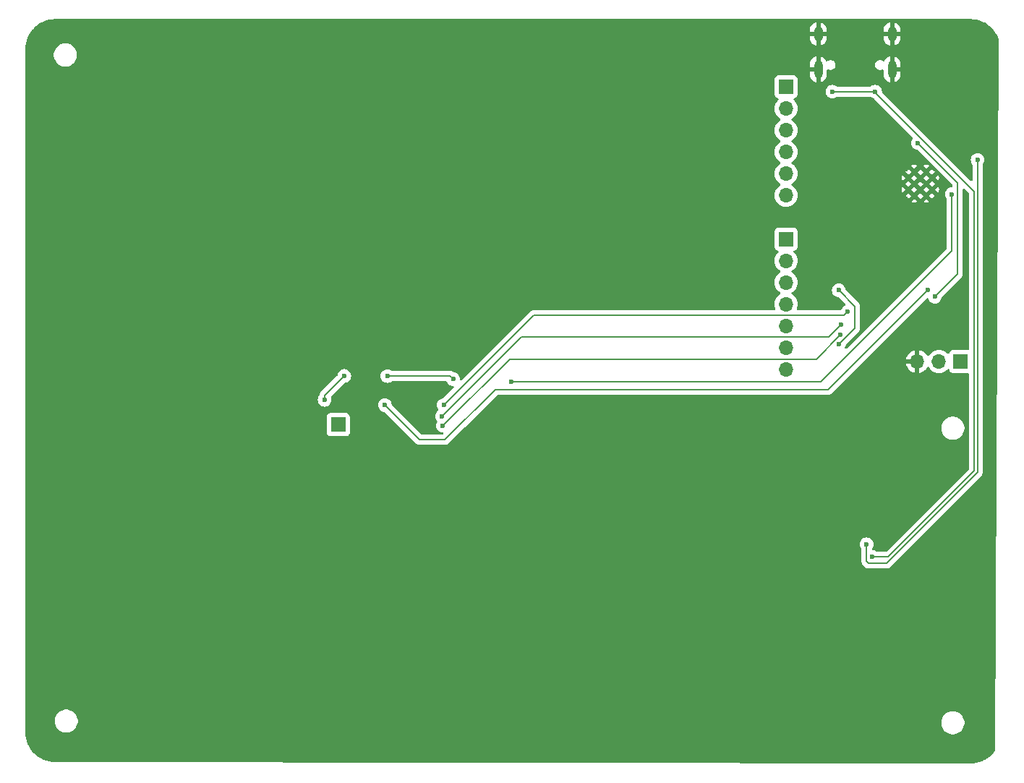
<source format=gbr>
%TF.GenerationSoftware,KiCad,Pcbnew,8.0.6*%
%TF.CreationDate,2025-01-01T18:17:33-06:00*%
%TF.ProjectId,AnalogMultiCapSense,416e616c-6f67-44d7-956c-746943617053,rev?*%
%TF.SameCoordinates,Original*%
%TF.FileFunction,Copper,L2,Bot*%
%TF.FilePolarity,Positive*%
%FSLAX46Y46*%
G04 Gerber Fmt 4.6, Leading zero omitted, Abs format (unit mm)*
G04 Created by KiCad (PCBNEW 8.0.6) date 2025-01-01 18:17:33*
%MOMM*%
%LPD*%
G01*
G04 APERTURE LIST*
%TA.AperFunction,HeatsinkPad*%
%ADD10C,0.600000*%
%TD*%
%TA.AperFunction,ComponentPad*%
%ADD11O,1.700000X1.700000*%
%TD*%
%TA.AperFunction,ComponentPad*%
%ADD12R,1.700000X1.700000*%
%TD*%
%TA.AperFunction,ComponentPad*%
%ADD13O,1.000000X2.100000*%
%TD*%
%TA.AperFunction,ComponentPad*%
%ADD14O,1.000000X1.800000*%
%TD*%
%TA.AperFunction,ViaPad*%
%ADD15C,0.600000*%
%TD*%
%TA.AperFunction,Conductor*%
%ADD16C,0.200000*%
%TD*%
G04 APERTURE END LIST*
D10*
%TO.P,U2,41,GND*%
%TO.N,VSS*%
X191995000Y-93385000D03*
X190595000Y-93385000D03*
X192695000Y-94085000D03*
X191295000Y-94085000D03*
X189895000Y-94085000D03*
X191995000Y-94785000D03*
X190595000Y-94785000D03*
X192695000Y-95485000D03*
X191295000Y-95485000D03*
X189895000Y-95485000D03*
X191995000Y-96185000D03*
X190595000Y-96185000D03*
%TD*%
D11*
%TO.P,J14,3,Pin_3*%
%TO.N,VSS*%
X190935000Y-115585000D03*
%TO.P,J14,2,Pin_2*%
%TO.N,RX*%
X193475000Y-115585000D03*
D12*
%TO.P,J14,1,Pin_1*%
%TO.N,TX*%
X196015000Y-115585000D03*
%TD*%
D11*
%TO.P,J13,7,Pin_7*%
%TO.N,7*%
X175575000Y-116500000D03*
%TO.P,J13,6,Pin_6*%
%TO.N,6*%
X175575000Y-113960000D03*
%TO.P,J13,5,Pin_5*%
%TO.N,5*%
X175575000Y-111420000D03*
%TO.P,J13,4,Pin_4*%
%TO.N,4*%
X175575000Y-108880000D03*
%TO.P,J13,3,Pin_3*%
%TO.N,3*%
X175575000Y-106340000D03*
%TO.P,J13,2,Pin_2*%
%TO.N,2*%
X175575000Y-103800000D03*
D12*
%TO.P,J13,1,Pin_1*%
%TO.N,1*%
X175575000Y-101260000D03*
%TD*%
D11*
%TO.P,J11,6,Pin_6*%
%TO.N,Net-(J11-Pin_6)*%
X175575000Y-96135000D03*
%TO.P,J11,5,Pin_5*%
%TO.N,Net-(J11-Pin_5)*%
X175575000Y-93595000D03*
%TO.P,J11,4,Pin_4*%
%TO.N,Net-(J11-Pin_4)*%
X175575000Y-91055000D03*
%TO.P,J11,3,Pin_3*%
%TO.N,Net-(J11-Pin_3)*%
X175575000Y-88515000D03*
%TO.P,J11,2,Pin_2*%
%TO.N,Net-(J11-Pin_2)*%
X175575000Y-85975000D03*
D12*
%TO.P,J11,1,Pin_1*%
%TO.N,Net-(J11-Pin_1)*%
X175575000Y-83435000D03*
%TD*%
%TO.P,J10,1,Pin_1*%
%TO.N,Net-(J10-Pin_1)*%
X123145785Y-122987575D03*
%TD*%
D13*
%TO.P,J1,S1,SHIELD*%
%TO.N,VSS*%
X187995000Y-81372500D03*
D14*
X187995000Y-77222500D03*
D13*
X179355000Y-81372500D03*
D14*
X179355000Y-77222500D03*
%TD*%
D15*
%TO.N,Common*%
X195000000Y-96000000D03*
%TO.N,Net-(U2-IO7)*%
X191000000Y-90000000D03*
X193000000Y-108000000D03*
%TO.N,VCC*%
X185000000Y-137000000D03*
X198000000Y-92000000D03*
%TO.N,+5V*%
X185650000Y-138459171D03*
X186000000Y-84000000D03*
X181000000Y-84000000D03*
%TO.N,Inhibit*%
X192200000Y-107200000D03*
X128600000Y-120700000D03*
%TO.N,Common*%
X128900000Y-117300000D03*
X136600000Y-117650000D03*
X143400000Y-118000000D03*
%TO.N,VSS*%
X184700000Y-109800000D03*
%TO.N,C*%
X135400000Y-123100000D03*
X181900000Y-112500000D03*
%TO.N,B*%
X182000000Y-111300000D03*
X135300000Y-122000000D03*
%TO.N,A*%
X182790380Y-109790380D03*
X135500000Y-120700000D03*
%TO.N,Net-(SW1-B)*%
X181750000Y-107250000D03*
X181772257Y-113546982D03*
%TO.N,Net-(J2-Pin_7)*%
X121545785Y-120087575D03*
X123845785Y-117287575D03*
%TD*%
D16*
%TO.N,Net-(SW1-B)*%
X183650000Y-109150000D02*
X181750000Y-107250000D01*
X183650000Y-111669239D02*
X183650000Y-109150000D01*
X181772257Y-113546982D02*
X183650000Y-111669239D01*
%TO.N,Net-(U2-IO7)*%
X195650000Y-94650000D02*
X191000000Y-90000000D01*
X193000000Y-108000000D02*
X195650000Y-105350000D01*
X195650000Y-105350000D02*
X195650000Y-94650000D01*
%TO.N,Common*%
X189800000Y-107800000D02*
X179600000Y-118000000D01*
X189800000Y-107800000D02*
X195000000Y-102600000D01*
X195000000Y-102600000D02*
X195000000Y-96000000D01*
%TO.N,+5V*%
X197600000Y-95680761D02*
X197600000Y-128400000D01*
X197600000Y-128400000D02*
X187540829Y-138459171D01*
X185919239Y-84000000D02*
X197600000Y-95680761D01*
X187540829Y-138459171D02*
X185650000Y-138459171D01*
X181000000Y-84000000D02*
X185919239Y-84000000D01*
%TO.N,Common*%
X128900000Y-117300000D02*
X136250000Y-117300000D01*
X136250000Y-117300000D02*
X136600000Y-117650000D01*
%TO.N,VCC*%
X198000000Y-128565686D02*
X187317157Y-139248529D01*
X198000000Y-92000000D02*
X198000000Y-128565686D01*
X185248529Y-139248529D02*
X185000000Y-139000000D01*
X187317157Y-139248529D02*
X185248529Y-139248529D01*
X185000000Y-139000000D02*
X185000000Y-137000000D01*
%TO.N,+5V*%
X186000000Y-84000000D02*
X181000000Y-84000000D01*
%TO.N,Inhibit*%
X128600000Y-120700000D02*
X132650000Y-124750000D01*
X132650000Y-124750000D02*
X135650000Y-124750000D01*
X135650000Y-124750000D02*
X141500000Y-118900000D01*
X141500000Y-118900000D02*
X180500000Y-118900000D01*
X180500000Y-118900000D02*
X192200000Y-107200000D01*
%TO.N,Common*%
X179600000Y-118000000D02*
X143400000Y-118000000D01*
%TO.N,C*%
X135400000Y-123100000D02*
X143200000Y-115300000D01*
X143200000Y-115300000D02*
X172000000Y-115300000D01*
X179100000Y-115300000D02*
X181900000Y-112500000D01*
X172000000Y-115300000D02*
X179100000Y-115300000D01*
%TO.N,B*%
X180610002Y-112689998D02*
X182000000Y-111300000D01*
X144610002Y-112689998D02*
X180610002Y-112689998D01*
X135300000Y-122000000D02*
X144610002Y-112689998D01*
%TO.N,A*%
X146000000Y-110200000D02*
X182380760Y-110200000D01*
X182380760Y-110200000D02*
X182790380Y-109790380D01*
X135500000Y-120700000D02*
X146000000Y-110200000D01*
%TO.N,Net-(J2-Pin_7)*%
X121545785Y-120087575D02*
X121545785Y-119587575D01*
X121545785Y-119587575D02*
X123845785Y-117287575D01*
%TD*%
%TA.AperFunction,Conductor*%
%TO.N,VSS*%
G36*
X197105684Y-75500501D02*
G01*
X197168525Y-75500500D01*
X197174608Y-75500648D01*
X197508514Y-75517050D01*
X197520612Y-75518242D01*
X197848275Y-75566844D01*
X197860205Y-75569217D01*
X198181531Y-75649703D01*
X198193153Y-75653228D01*
X198505052Y-75764826D01*
X198516294Y-75769483D01*
X198815729Y-75911103D01*
X198826461Y-75916839D01*
X199110583Y-76087134D01*
X199120701Y-76093895D01*
X199243594Y-76185037D01*
X199386760Y-76291215D01*
X199396162Y-76298931D01*
X199641593Y-76521375D01*
X199650198Y-76529980D01*
X199872653Y-76775421D01*
X199880373Y-76784827D01*
X200077697Y-77050886D01*
X200084457Y-77061004D01*
X200254745Y-77345111D01*
X200260482Y-77355843D01*
X200402109Y-77655286D01*
X200406766Y-77666529D01*
X200466960Y-77834763D01*
X200474206Y-77877220D01*
X200015614Y-161164092D01*
X199995561Y-161231022D01*
X199991214Y-161237276D01*
X199880356Y-161386751D01*
X199872636Y-161396157D01*
X199650192Y-161641587D01*
X199641587Y-161650192D01*
X199396157Y-161872636D01*
X199386751Y-161880356D01*
X199120689Y-162077681D01*
X199110570Y-162084442D01*
X198826454Y-162254733D01*
X198815722Y-162260469D01*
X198516289Y-162402089D01*
X198505047Y-162406746D01*
X198193160Y-162518340D01*
X198181515Y-162521872D01*
X197860205Y-162602354D01*
X197848270Y-162604728D01*
X197520617Y-162653329D01*
X197508506Y-162654522D01*
X197174725Y-162670917D01*
X197168443Y-162671066D01*
X90074700Y-162499618D01*
X90072911Y-162499500D01*
X90065892Y-162499500D01*
X90003054Y-162499500D01*
X89996971Y-162499351D01*
X89970935Y-162498072D01*
X89663071Y-162482947D01*
X89650962Y-162481754D01*
X89323305Y-162433151D01*
X89311369Y-162430777D01*
X88990055Y-162350292D01*
X88978411Y-162346759D01*
X88666540Y-162235170D01*
X88655301Y-162230515D01*
X88355844Y-162088883D01*
X88345121Y-162083150D01*
X88061011Y-161912862D01*
X88050893Y-161906102D01*
X87784829Y-161708775D01*
X87775423Y-161701055D01*
X87655098Y-161591999D01*
X87529986Y-161478604D01*
X87521395Y-161470013D01*
X87298944Y-161224576D01*
X87291224Y-161215170D01*
X87093897Y-160949106D01*
X87087137Y-160938988D01*
X87016557Y-160821232D01*
X86916844Y-160654871D01*
X86911120Y-160644163D01*
X86769479Y-160344688D01*
X86764829Y-160333459D01*
X86653240Y-160021588D01*
X86649707Y-160009944D01*
X86640958Y-159975015D01*
X86569219Y-159688617D01*
X86566848Y-159676694D01*
X86518245Y-159349037D01*
X86517052Y-159336927D01*
X86500649Y-159003032D01*
X86500500Y-158996948D01*
X86500500Y-157593713D01*
X89949500Y-157593713D01*
X89949500Y-157806287D01*
X89982754Y-158016243D01*
X90047738Y-158216243D01*
X90048444Y-158218414D01*
X90144951Y-158407820D01*
X90269890Y-158579786D01*
X90420213Y-158730109D01*
X90592179Y-158855048D01*
X90592181Y-158855049D01*
X90592184Y-158855051D01*
X90781588Y-158951557D01*
X90983757Y-159017246D01*
X91193713Y-159050500D01*
X91193714Y-159050500D01*
X91406286Y-159050500D01*
X91406287Y-159050500D01*
X91616243Y-159017246D01*
X91818412Y-158951557D01*
X92007816Y-158855051D01*
X92111402Y-158779792D01*
X92179786Y-158730109D01*
X92179788Y-158730106D01*
X92179792Y-158730104D01*
X92330104Y-158579792D01*
X92330106Y-158579788D01*
X92330109Y-158579786D01*
X92455048Y-158407820D01*
X92455047Y-158407820D01*
X92455051Y-158407816D01*
X92551557Y-158218412D01*
X92617246Y-158016243D01*
X92650500Y-157806287D01*
X92650500Y-157793713D01*
X193749500Y-157793713D01*
X193749500Y-158006287D01*
X193782754Y-158216243D01*
X193845001Y-158407820D01*
X193848444Y-158418414D01*
X193944951Y-158607820D01*
X194069890Y-158779786D01*
X194220213Y-158930109D01*
X194392179Y-159055048D01*
X194392181Y-159055049D01*
X194392184Y-159055051D01*
X194581588Y-159151557D01*
X194783757Y-159217246D01*
X194993713Y-159250500D01*
X194993714Y-159250500D01*
X195206286Y-159250500D01*
X195206287Y-159250500D01*
X195416243Y-159217246D01*
X195618412Y-159151557D01*
X195807816Y-159055051D01*
X195829789Y-159039086D01*
X195979786Y-158930109D01*
X195979788Y-158930106D01*
X195979792Y-158930104D01*
X196130104Y-158779792D01*
X196130106Y-158779788D01*
X196130109Y-158779786D01*
X196255048Y-158607820D01*
X196255047Y-158607820D01*
X196255051Y-158607816D01*
X196351557Y-158418412D01*
X196417246Y-158216243D01*
X196450500Y-158006287D01*
X196450500Y-157793713D01*
X196417246Y-157583757D01*
X196351557Y-157381588D01*
X196255051Y-157192184D01*
X196255049Y-157192181D01*
X196255048Y-157192179D01*
X196130109Y-157020213D01*
X195979786Y-156869890D01*
X195807820Y-156744951D01*
X195618414Y-156648444D01*
X195618413Y-156648443D01*
X195618412Y-156648443D01*
X195416243Y-156582754D01*
X195416241Y-156582753D01*
X195416240Y-156582753D01*
X195254957Y-156557208D01*
X195206287Y-156549500D01*
X194993713Y-156549500D01*
X194945042Y-156557208D01*
X194783760Y-156582753D01*
X194581585Y-156648444D01*
X194392179Y-156744951D01*
X194220213Y-156869890D01*
X194069890Y-157020213D01*
X193944951Y-157192179D01*
X193848444Y-157381585D01*
X193782753Y-157583760D01*
X193781177Y-157593713D01*
X193749500Y-157793713D01*
X92650500Y-157793713D01*
X92650500Y-157593713D01*
X92617246Y-157383757D01*
X92551557Y-157181588D01*
X92455051Y-156992184D01*
X92455049Y-156992181D01*
X92455048Y-156992179D01*
X92330109Y-156820213D01*
X92179786Y-156669890D01*
X92007820Y-156544951D01*
X91818414Y-156448444D01*
X91818413Y-156448443D01*
X91818412Y-156448443D01*
X91616243Y-156382754D01*
X91616241Y-156382753D01*
X91616240Y-156382753D01*
X91454957Y-156357208D01*
X91406287Y-156349500D01*
X91193713Y-156349500D01*
X91145042Y-156357208D01*
X90983760Y-156382753D01*
X90781585Y-156448444D01*
X90592179Y-156544951D01*
X90420213Y-156669890D01*
X90269890Y-156820213D01*
X90144951Y-156992179D01*
X90048444Y-157181585D01*
X89982753Y-157383760D01*
X89951077Y-157583757D01*
X89949500Y-157593713D01*
X86500500Y-157593713D01*
X86500500Y-122089710D01*
X121795285Y-122089710D01*
X121795285Y-123885445D01*
X121795286Y-123885451D01*
X121801693Y-123945058D01*
X121851987Y-124079903D01*
X121851991Y-124079910D01*
X121938237Y-124195119D01*
X121938240Y-124195122D01*
X122053449Y-124281368D01*
X122053456Y-124281372D01*
X122188302Y-124331666D01*
X122188301Y-124331666D01*
X122195229Y-124332410D01*
X122247912Y-124338075D01*
X124043657Y-124338074D01*
X124103268Y-124331666D01*
X124238116Y-124281371D01*
X124353331Y-124195121D01*
X124439581Y-124079906D01*
X124489876Y-123945058D01*
X124496285Y-123885448D01*
X124496284Y-122089703D01*
X124489876Y-122030092D01*
X124478652Y-122000000D01*
X124439582Y-121895246D01*
X124439578Y-121895239D01*
X124353332Y-121780030D01*
X124353329Y-121780027D01*
X124238120Y-121693781D01*
X124238113Y-121693777D01*
X124103267Y-121643483D01*
X124103268Y-121643483D01*
X124043668Y-121637076D01*
X124043666Y-121637075D01*
X124043658Y-121637075D01*
X124043649Y-121637075D01*
X122247914Y-121637075D01*
X122247908Y-121637076D01*
X122188301Y-121643483D01*
X122053456Y-121693777D01*
X122053449Y-121693781D01*
X121938240Y-121780027D01*
X121938237Y-121780030D01*
X121851991Y-121895239D01*
X121851987Y-121895246D01*
X121801693Y-122030092D01*
X121799607Y-122049500D01*
X121795286Y-122089698D01*
X121795285Y-122089710D01*
X86500500Y-122089710D01*
X86500500Y-120087571D01*
X120740220Y-120087571D01*
X120740220Y-120087578D01*
X120760415Y-120266824D01*
X120760416Y-120266829D01*
X120819996Y-120437098D01*
X120915969Y-120589837D01*
X121043523Y-120717391D01*
X121196263Y-120813364D01*
X121366530Y-120872943D01*
X121366535Y-120872944D01*
X121545781Y-120893140D01*
X121545785Y-120893140D01*
X121545789Y-120893140D01*
X121725034Y-120872944D01*
X121725037Y-120872943D01*
X121725040Y-120872943D01*
X121895307Y-120813364D01*
X122048047Y-120717391D01*
X122065442Y-120699996D01*
X127794435Y-120699996D01*
X127794435Y-120700003D01*
X127814630Y-120879249D01*
X127814631Y-120879254D01*
X127874211Y-121049523D01*
X127874212Y-121049524D01*
X127970184Y-121202262D01*
X128097738Y-121329816D01*
X128250478Y-121425789D01*
X128420745Y-121485368D01*
X128507669Y-121495161D01*
X128572080Y-121522226D01*
X128581465Y-121530700D01*
X132165139Y-125114374D01*
X132165149Y-125114385D01*
X132169479Y-125118715D01*
X132169480Y-125118716D01*
X132281284Y-125230520D01*
X132368095Y-125280639D01*
X132368097Y-125280641D01*
X132406151Y-125302611D01*
X132418215Y-125309577D01*
X132570943Y-125350501D01*
X132570946Y-125350501D01*
X132736653Y-125350501D01*
X132736669Y-125350500D01*
X135563331Y-125350500D01*
X135563347Y-125350501D01*
X135570943Y-125350501D01*
X135729054Y-125350501D01*
X135729057Y-125350501D01*
X135881785Y-125309577D01*
X135931904Y-125280639D01*
X136018716Y-125230520D01*
X136130520Y-125118716D01*
X136130520Y-125118714D01*
X136140728Y-125108507D01*
X136140729Y-125108504D01*
X137955521Y-123293713D01*
X193749500Y-123293713D01*
X193749500Y-123506287D01*
X193782754Y-123716243D01*
X193837733Y-123885451D01*
X193848444Y-123918414D01*
X193944951Y-124107820D01*
X194069890Y-124279786D01*
X194220213Y-124430109D01*
X194392179Y-124555048D01*
X194392181Y-124555049D01*
X194392184Y-124555051D01*
X194581588Y-124651557D01*
X194783757Y-124717246D01*
X194993713Y-124750500D01*
X194993714Y-124750500D01*
X195206286Y-124750500D01*
X195206287Y-124750500D01*
X195416243Y-124717246D01*
X195618412Y-124651557D01*
X195807816Y-124555051D01*
X195829789Y-124539086D01*
X195979786Y-124430109D01*
X195979788Y-124430106D01*
X195979792Y-124430104D01*
X196130104Y-124279792D01*
X196130106Y-124279788D01*
X196130109Y-124279786D01*
X196255048Y-124107820D01*
X196255047Y-124107820D01*
X196255051Y-124107816D01*
X196351557Y-123918412D01*
X196417246Y-123716243D01*
X196450500Y-123506287D01*
X196450500Y-123293713D01*
X196417246Y-123083757D01*
X196351557Y-122881588D01*
X196255051Y-122692184D01*
X196255049Y-122692181D01*
X196255048Y-122692179D01*
X196130109Y-122520213D01*
X195979786Y-122369890D01*
X195807820Y-122244951D01*
X195618414Y-122148444D01*
X195618413Y-122148443D01*
X195618412Y-122148443D01*
X195416243Y-122082754D01*
X195416241Y-122082753D01*
X195416240Y-122082753D01*
X195254957Y-122057208D01*
X195206287Y-122049500D01*
X194993713Y-122049500D01*
X194945042Y-122057208D01*
X194783760Y-122082753D01*
X194581585Y-122148444D01*
X194392179Y-122244951D01*
X194220213Y-122369890D01*
X194069890Y-122520213D01*
X193944951Y-122692179D01*
X193848444Y-122881585D01*
X193782753Y-123083760D01*
X193772386Y-123149215D01*
X193749500Y-123293713D01*
X137955521Y-123293713D01*
X141712416Y-119536819D01*
X141773739Y-119503334D01*
X141800097Y-119500500D01*
X180413331Y-119500500D01*
X180413347Y-119500501D01*
X180420943Y-119500501D01*
X180579054Y-119500501D01*
X180579057Y-119500501D01*
X180731785Y-119459577D01*
X180781904Y-119430639D01*
X180868716Y-119380520D01*
X180980520Y-119268716D01*
X180980520Y-119268714D01*
X180990728Y-119258507D01*
X180990729Y-119258504D01*
X192037594Y-108211640D01*
X192098915Y-108178157D01*
X192168607Y-108183141D01*
X192224540Y-108225013D01*
X192242315Y-108258369D01*
X192274210Y-108349521D01*
X192316198Y-108416344D01*
X192370184Y-108502262D01*
X192497738Y-108629816D01*
X192650478Y-108725789D01*
X192809068Y-108781282D01*
X192820745Y-108785368D01*
X192820750Y-108785369D01*
X192999996Y-108805565D01*
X193000000Y-108805565D01*
X193000004Y-108805565D01*
X193179249Y-108785369D01*
X193179252Y-108785368D01*
X193179255Y-108785368D01*
X193349522Y-108725789D01*
X193502262Y-108629816D01*
X193629816Y-108502262D01*
X193725789Y-108349522D01*
X193785368Y-108179255D01*
X193795161Y-108092329D01*
X193822226Y-108027918D01*
X193830690Y-108018543D01*
X196018713Y-105830521D01*
X196018716Y-105830520D01*
X196130520Y-105718716D01*
X196180639Y-105631904D01*
X196209577Y-105581785D01*
X196250501Y-105429057D01*
X196250501Y-105270943D01*
X196250501Y-105263348D01*
X196250500Y-105263330D01*
X196250500Y-95479858D01*
X196270185Y-95412819D01*
X196322989Y-95367064D01*
X196392147Y-95357120D01*
X196455703Y-95386145D01*
X196462181Y-95392177D01*
X196963181Y-95893177D01*
X196996666Y-95954500D01*
X196999500Y-95980858D01*
X196999500Y-114110500D01*
X196979815Y-114177539D01*
X196927011Y-114223294D01*
X196875500Y-114234500D01*
X195117129Y-114234500D01*
X195117123Y-114234501D01*
X195057516Y-114240908D01*
X194922671Y-114291202D01*
X194922664Y-114291206D01*
X194807455Y-114377452D01*
X194807452Y-114377455D01*
X194721206Y-114492664D01*
X194721203Y-114492669D01*
X194672189Y-114624083D01*
X194630317Y-114680016D01*
X194564853Y-114704433D01*
X194496580Y-114689581D01*
X194468326Y-114668430D01*
X194346402Y-114546506D01*
X194346395Y-114546501D01*
X194152834Y-114410967D01*
X194152830Y-114410965D01*
X194152828Y-114410964D01*
X193938663Y-114311097D01*
X193938659Y-114311096D01*
X193938655Y-114311094D01*
X193710413Y-114249938D01*
X193710403Y-114249936D01*
X193475001Y-114229341D01*
X193474999Y-114229341D01*
X193239596Y-114249936D01*
X193239586Y-114249938D01*
X193011344Y-114311094D01*
X193011335Y-114311098D01*
X192797171Y-114410964D01*
X192797169Y-114410965D01*
X192603597Y-114546505D01*
X192436508Y-114713594D01*
X192306269Y-114899595D01*
X192251692Y-114943219D01*
X192182193Y-114950412D01*
X192119839Y-114918890D01*
X192103119Y-114899594D01*
X191973113Y-114713926D01*
X191973108Y-114713920D01*
X191806082Y-114546894D01*
X191612578Y-114411399D01*
X191398492Y-114311570D01*
X191398486Y-114311567D01*
X191185000Y-114254364D01*
X191185000Y-115151988D01*
X191127993Y-115119075D01*
X191000826Y-115085000D01*
X190869174Y-115085000D01*
X190742007Y-115119075D01*
X190685000Y-115151988D01*
X190685000Y-114254364D01*
X190684999Y-114254364D01*
X190471513Y-114311567D01*
X190471507Y-114311570D01*
X190257422Y-114411399D01*
X190257420Y-114411400D01*
X190063926Y-114546886D01*
X190063920Y-114546891D01*
X189896891Y-114713920D01*
X189896886Y-114713926D01*
X189761400Y-114907420D01*
X189761399Y-114907422D01*
X189661570Y-115121507D01*
X189661567Y-115121513D01*
X189604364Y-115334999D01*
X189604364Y-115335000D01*
X190501988Y-115335000D01*
X190469075Y-115392007D01*
X190435000Y-115519174D01*
X190435000Y-115650826D01*
X190469075Y-115777993D01*
X190501988Y-115835000D01*
X189604364Y-115835000D01*
X189661567Y-116048486D01*
X189661570Y-116048492D01*
X189761399Y-116262578D01*
X189896894Y-116456082D01*
X190063917Y-116623105D01*
X190257421Y-116758600D01*
X190471507Y-116858429D01*
X190471516Y-116858433D01*
X190685000Y-116915634D01*
X190685000Y-116018012D01*
X190742007Y-116050925D01*
X190869174Y-116085000D01*
X191000826Y-116085000D01*
X191127993Y-116050925D01*
X191185000Y-116018012D01*
X191185000Y-116915633D01*
X191398483Y-116858433D01*
X191398492Y-116858429D01*
X191612578Y-116758600D01*
X191806082Y-116623105D01*
X191973105Y-116456082D01*
X192103119Y-116270405D01*
X192157696Y-116226781D01*
X192227195Y-116219588D01*
X192289549Y-116251110D01*
X192306269Y-116270405D01*
X192436505Y-116456401D01*
X192603599Y-116623495D01*
X192684032Y-116679815D01*
X192797165Y-116759032D01*
X192797167Y-116759033D01*
X192797170Y-116759035D01*
X193011337Y-116858903D01*
X193011343Y-116858904D01*
X193011344Y-116858905D01*
X193032718Y-116864632D01*
X193239592Y-116920063D01*
X193416034Y-116935500D01*
X193474999Y-116940659D01*
X193475000Y-116940659D01*
X193475001Y-116940659D01*
X193533966Y-116935500D01*
X193710408Y-116920063D01*
X193938663Y-116858903D01*
X194152830Y-116759035D01*
X194346401Y-116623495D01*
X194468329Y-116501566D01*
X194529648Y-116468084D01*
X194599340Y-116473068D01*
X194655274Y-116514939D01*
X194672189Y-116545917D01*
X194721202Y-116677328D01*
X194721206Y-116677335D01*
X194807452Y-116792544D01*
X194807455Y-116792547D01*
X194922664Y-116878793D01*
X194922671Y-116878797D01*
X195057517Y-116929091D01*
X195057516Y-116929091D01*
X195064444Y-116929835D01*
X195117127Y-116935500D01*
X196875500Y-116935499D01*
X196942539Y-116955184D01*
X196988294Y-117007987D01*
X196999500Y-117059499D01*
X196999500Y-128099903D01*
X196979815Y-128166942D01*
X196963181Y-128187584D01*
X187328413Y-137822352D01*
X187267090Y-137855837D01*
X187240732Y-137858671D01*
X186232412Y-137858671D01*
X186165373Y-137838986D01*
X186155097Y-137831616D01*
X186152263Y-137829356D01*
X186152262Y-137829355D01*
X186095496Y-137793686D01*
X185999523Y-137733382D01*
X185829254Y-137673802D01*
X185829250Y-137673801D01*
X185738445Y-137663570D01*
X185674031Y-137636503D01*
X185634476Y-137578908D01*
X185632339Y-137509071D01*
X185647333Y-137474383D01*
X185725789Y-137349522D01*
X185785368Y-137179255D01*
X185805565Y-137000000D01*
X185785368Y-136820745D01*
X185725789Y-136650478D01*
X185629816Y-136497738D01*
X185502262Y-136370184D01*
X185349523Y-136274211D01*
X185179254Y-136214631D01*
X185179249Y-136214630D01*
X185000004Y-136194435D01*
X184999996Y-136194435D01*
X184820750Y-136214630D01*
X184820745Y-136214631D01*
X184650476Y-136274211D01*
X184497737Y-136370184D01*
X184370184Y-136497737D01*
X184274211Y-136650476D01*
X184214631Y-136820745D01*
X184214630Y-136820750D01*
X184194435Y-136999996D01*
X184194435Y-137000003D01*
X184214630Y-137179249D01*
X184214631Y-137179254D01*
X184274211Y-137349523D01*
X184370185Y-137502263D01*
X184372445Y-137505097D01*
X184373334Y-137507275D01*
X184373889Y-137508158D01*
X184373734Y-137508255D01*
X184398855Y-137569783D01*
X184399500Y-137582412D01*
X184399500Y-138913330D01*
X184399499Y-138913348D01*
X184399499Y-139079054D01*
X184399498Y-139079054D01*
X184440423Y-139231785D01*
X184469358Y-139281900D01*
X184469359Y-139281904D01*
X184469360Y-139281904D01*
X184519479Y-139368714D01*
X184519481Y-139368717D01*
X184638349Y-139487585D01*
X184638355Y-139487590D01*
X184763668Y-139612903D01*
X184763678Y-139612914D01*
X184768008Y-139617244D01*
X184768009Y-139617245D01*
X184879813Y-139729049D01*
X184966624Y-139779168D01*
X184966626Y-139779170D01*
X185004680Y-139801140D01*
X185016744Y-139808106D01*
X185169472Y-139849029D01*
X187230488Y-139849029D01*
X187230504Y-139849030D01*
X187238100Y-139849030D01*
X187396211Y-139849030D01*
X187396214Y-139849030D01*
X187548942Y-139808106D01*
X187599061Y-139779168D01*
X187685873Y-139729049D01*
X187797677Y-139617245D01*
X187797677Y-139617243D01*
X187807885Y-139607036D01*
X187807887Y-139607033D01*
X198358506Y-129056414D01*
X198358511Y-129056410D01*
X198368714Y-129046206D01*
X198368716Y-129046206D01*
X198480520Y-128934402D01*
X198559577Y-128797470D01*
X198600500Y-128644743D01*
X198600500Y-92582412D01*
X198620185Y-92515373D01*
X198627555Y-92505097D01*
X198629810Y-92502267D01*
X198629816Y-92502262D01*
X198725789Y-92349522D01*
X198785368Y-92179255D01*
X198785369Y-92179249D01*
X198805565Y-92000003D01*
X198805565Y-91999996D01*
X198785369Y-91820750D01*
X198785368Y-91820745D01*
X198725789Y-91650478D01*
X198629816Y-91497738D01*
X198502262Y-91370184D01*
X198349523Y-91274211D01*
X198179254Y-91214631D01*
X198179249Y-91214630D01*
X198000004Y-91194435D01*
X197999996Y-91194435D01*
X197820750Y-91214630D01*
X197820745Y-91214631D01*
X197650476Y-91274211D01*
X197497737Y-91370184D01*
X197370184Y-91497737D01*
X197274211Y-91650476D01*
X197214631Y-91820745D01*
X197214630Y-91820750D01*
X197194435Y-91999996D01*
X197194435Y-92000003D01*
X197214630Y-92179249D01*
X197214631Y-92179254D01*
X197274211Y-92349523D01*
X197370185Y-92502263D01*
X197372445Y-92505097D01*
X197373334Y-92507275D01*
X197373889Y-92508158D01*
X197373734Y-92508255D01*
X197398855Y-92569783D01*
X197399500Y-92582412D01*
X197399500Y-94331663D01*
X197379815Y-94398702D01*
X197327011Y-94444457D01*
X197257853Y-94454401D01*
X197194297Y-94425376D01*
X197187819Y-94419344D01*
X186840956Y-84072482D01*
X186807471Y-84011159D01*
X186805417Y-83998684D01*
X186785369Y-83820750D01*
X186785368Y-83820745D01*
X186725788Y-83650476D01*
X186629815Y-83497737D01*
X186502262Y-83370184D01*
X186349523Y-83274211D01*
X186179254Y-83214631D01*
X186179249Y-83214630D01*
X186000004Y-83194435D01*
X185999996Y-83194435D01*
X185820750Y-83214630D01*
X185820745Y-83214631D01*
X185650476Y-83274211D01*
X185497736Y-83370185D01*
X185494903Y-83372445D01*
X185492724Y-83373334D01*
X185491842Y-83373889D01*
X185491744Y-83373734D01*
X185430217Y-83398855D01*
X185417588Y-83399500D01*
X181582412Y-83399500D01*
X181515373Y-83379815D01*
X181505097Y-83372445D01*
X181502263Y-83370185D01*
X181502262Y-83370184D01*
X181445496Y-83334515D01*
X181349523Y-83274211D01*
X181179254Y-83214631D01*
X181179249Y-83214630D01*
X181000004Y-83194435D01*
X180999996Y-83194435D01*
X180820750Y-83214630D01*
X180820745Y-83214631D01*
X180650476Y-83274211D01*
X180497737Y-83370184D01*
X180370184Y-83497737D01*
X180274211Y-83650476D01*
X180214631Y-83820745D01*
X180214630Y-83820750D01*
X180194435Y-83999996D01*
X180194435Y-84000003D01*
X180214630Y-84179249D01*
X180214631Y-84179254D01*
X180274211Y-84349523D01*
X180301205Y-84392483D01*
X180370184Y-84502262D01*
X180497738Y-84629816D01*
X180650478Y-84725789D01*
X180802806Y-84779091D01*
X180820745Y-84785368D01*
X180820750Y-84785369D01*
X180999996Y-84805565D01*
X181000000Y-84805565D01*
X181000004Y-84805565D01*
X181179249Y-84785369D01*
X181179252Y-84785368D01*
X181179255Y-84785368D01*
X181349522Y-84725789D01*
X181502262Y-84629816D01*
X181502267Y-84629810D01*
X181505097Y-84627555D01*
X181507275Y-84626665D01*
X181508158Y-84626111D01*
X181508255Y-84626265D01*
X181569783Y-84601145D01*
X181582412Y-84600500D01*
X185417588Y-84600500D01*
X185484627Y-84620185D01*
X185494903Y-84627555D01*
X185497736Y-84629814D01*
X185497738Y-84629816D01*
X185650478Y-84725789D01*
X185820745Y-84785368D01*
X185820749Y-84785368D01*
X185827533Y-84786917D01*
X185826998Y-84789258D01*
X185881053Y-84811962D01*
X185890450Y-84820446D01*
X190381280Y-89311277D01*
X190414765Y-89372600D01*
X190409781Y-89442292D01*
X190381286Y-89486634D01*
X190370185Y-89497735D01*
X190274211Y-89650476D01*
X190214631Y-89820745D01*
X190214630Y-89820750D01*
X190194435Y-89999996D01*
X190194435Y-90000003D01*
X190214630Y-90179249D01*
X190214631Y-90179254D01*
X190274211Y-90349523D01*
X190291584Y-90377171D01*
X190370184Y-90502262D01*
X190497738Y-90629816D01*
X190650478Y-90725789D01*
X190820745Y-90785368D01*
X190907669Y-90795161D01*
X190972080Y-90822226D01*
X190981465Y-90830700D01*
X195013181Y-94862416D01*
X195046666Y-94923739D01*
X195049500Y-94950097D01*
X195049500Y-95078044D01*
X195029815Y-95145083D01*
X194977011Y-95190838D01*
X194939384Y-95201264D01*
X194820749Y-95214630D01*
X194820745Y-95214631D01*
X194650476Y-95274211D01*
X194497737Y-95370184D01*
X194370184Y-95497737D01*
X194274211Y-95650476D01*
X194214631Y-95820745D01*
X194214630Y-95820750D01*
X194194435Y-95999996D01*
X194194435Y-96000003D01*
X194214630Y-96179249D01*
X194214631Y-96179254D01*
X194274211Y-96349523D01*
X194370185Y-96502263D01*
X194372445Y-96505097D01*
X194373334Y-96507275D01*
X194373889Y-96508158D01*
X194373734Y-96508255D01*
X194398855Y-96569783D01*
X194399500Y-96582412D01*
X194399500Y-102299902D01*
X194379815Y-102366941D01*
X194363181Y-102387583D01*
X189431284Y-107319481D01*
X182674006Y-114076758D01*
X182612683Y-114110243D01*
X182542991Y-114105259D01*
X182487058Y-114063387D01*
X182462641Y-113997923D01*
X182477493Y-113929650D01*
X182481321Y-113923120D01*
X182498046Y-113896504D01*
X182557625Y-113726237D01*
X182567418Y-113639311D01*
X182594483Y-113574900D01*
X182602947Y-113565525D01*
X184130520Y-112037955D01*
X184209577Y-111901023D01*
X184250501Y-111748296D01*
X184250501Y-111590181D01*
X184250501Y-111582586D01*
X184250500Y-111582568D01*
X184250500Y-109239060D01*
X184250501Y-109239047D01*
X184250501Y-109070944D01*
X184232834Y-109005012D01*
X184209577Y-108918216D01*
X184187513Y-108879999D01*
X184130524Y-108781290D01*
X184130518Y-108781282D01*
X182580700Y-107231465D01*
X182547215Y-107170142D01*
X182545163Y-107157686D01*
X182535368Y-107070745D01*
X182475789Y-106900478D01*
X182379816Y-106747738D01*
X182252262Y-106620184D01*
X182099523Y-106524211D01*
X181929254Y-106464631D01*
X181929249Y-106464630D01*
X181750004Y-106444435D01*
X181749996Y-106444435D01*
X181570750Y-106464630D01*
X181570745Y-106464631D01*
X181400476Y-106524211D01*
X181247737Y-106620184D01*
X181120184Y-106747737D01*
X181024211Y-106900476D01*
X180964631Y-107070745D01*
X180964630Y-107070750D01*
X180944435Y-107249996D01*
X180944435Y-107250003D01*
X180964630Y-107429249D01*
X180964631Y-107429254D01*
X181024211Y-107599523D01*
X181120184Y-107752262D01*
X181247738Y-107879816D01*
X181400478Y-107975789D01*
X181570745Y-108035368D01*
X181657669Y-108045161D01*
X181722080Y-108072226D01*
X181731465Y-108080700D01*
X182504657Y-108853893D01*
X182538142Y-108915216D01*
X182533158Y-108984908D01*
X182491286Y-109040841D01*
X182457935Y-109058614D01*
X182440860Y-109064589D01*
X182288117Y-109160564D01*
X182160564Y-109288117D01*
X182064591Y-109440856D01*
X182038139Y-109516454D01*
X181997417Y-109573230D01*
X181932464Y-109598978D01*
X181921097Y-109599500D01*
X176924245Y-109599500D01*
X176857206Y-109579815D01*
X176811451Y-109527011D01*
X176801507Y-109457853D01*
X176811863Y-109423095D01*
X176848903Y-109343663D01*
X176910063Y-109115408D01*
X176930659Y-108880000D01*
X176910063Y-108644592D01*
X176848903Y-108416337D01*
X176749035Y-108202171D01*
X176735711Y-108183141D01*
X176613494Y-108008597D01*
X176446402Y-107841506D01*
X176446396Y-107841501D01*
X176260842Y-107711575D01*
X176217217Y-107656998D01*
X176210023Y-107587500D01*
X176241546Y-107525145D01*
X176260842Y-107508425D01*
X176373908Y-107429255D01*
X176446401Y-107378495D01*
X176613495Y-107211401D01*
X176749035Y-107017830D01*
X176848903Y-106803663D01*
X176910063Y-106575408D01*
X176930659Y-106340000D01*
X176910063Y-106104592D01*
X176848903Y-105876337D01*
X176749035Y-105662171D01*
X176692749Y-105581785D01*
X176613494Y-105468597D01*
X176446402Y-105301506D01*
X176446396Y-105301501D01*
X176260842Y-105171575D01*
X176217217Y-105116998D01*
X176210023Y-105047500D01*
X176241546Y-104985145D01*
X176260842Y-104968425D01*
X176283026Y-104952891D01*
X176446401Y-104838495D01*
X176613495Y-104671401D01*
X176749035Y-104477830D01*
X176848903Y-104263663D01*
X176910063Y-104035408D01*
X176930659Y-103800000D01*
X176910063Y-103564592D01*
X176848903Y-103336337D01*
X176749035Y-103122171D01*
X176613495Y-102928599D01*
X176491567Y-102806671D01*
X176458084Y-102745351D01*
X176463068Y-102675659D01*
X176504939Y-102619725D01*
X176535915Y-102602810D01*
X176667331Y-102553796D01*
X176782546Y-102467546D01*
X176868796Y-102352331D01*
X176919091Y-102217483D01*
X176925500Y-102157873D01*
X176925499Y-100362128D01*
X176919091Y-100302517D01*
X176868796Y-100167669D01*
X176868795Y-100167668D01*
X176868793Y-100167664D01*
X176782547Y-100052455D01*
X176782544Y-100052452D01*
X176667335Y-99966206D01*
X176667328Y-99966202D01*
X176532482Y-99915908D01*
X176532483Y-99915908D01*
X176472883Y-99909501D01*
X176472881Y-99909500D01*
X176472873Y-99909500D01*
X176472864Y-99909500D01*
X174677129Y-99909500D01*
X174677123Y-99909501D01*
X174617516Y-99915908D01*
X174482671Y-99966202D01*
X174482664Y-99966206D01*
X174367455Y-100052452D01*
X174367452Y-100052455D01*
X174281206Y-100167664D01*
X174281202Y-100167671D01*
X174230908Y-100302517D01*
X174224501Y-100362116D01*
X174224501Y-100362123D01*
X174224500Y-100362135D01*
X174224500Y-102157870D01*
X174224501Y-102157876D01*
X174230908Y-102217483D01*
X174281202Y-102352328D01*
X174281206Y-102352335D01*
X174367452Y-102467544D01*
X174367455Y-102467547D01*
X174482664Y-102553793D01*
X174482671Y-102553797D01*
X174614081Y-102602810D01*
X174670015Y-102644681D01*
X174694432Y-102710145D01*
X174679580Y-102778418D01*
X174658430Y-102806673D01*
X174536503Y-102928600D01*
X174400965Y-103122169D01*
X174400964Y-103122171D01*
X174301098Y-103336335D01*
X174301094Y-103336344D01*
X174239938Y-103564586D01*
X174239936Y-103564596D01*
X174219341Y-103799999D01*
X174219341Y-103800000D01*
X174239936Y-104035403D01*
X174239938Y-104035413D01*
X174301094Y-104263655D01*
X174301096Y-104263659D01*
X174301097Y-104263663D01*
X174400965Y-104477830D01*
X174400967Y-104477834D01*
X174536501Y-104671395D01*
X174536506Y-104671402D01*
X174703597Y-104838493D01*
X174703603Y-104838498D01*
X174889158Y-104968425D01*
X174932783Y-105023002D01*
X174939977Y-105092500D01*
X174908454Y-105154855D01*
X174889158Y-105171575D01*
X174703597Y-105301505D01*
X174536505Y-105468597D01*
X174400965Y-105662169D01*
X174400964Y-105662171D01*
X174301098Y-105876335D01*
X174301094Y-105876344D01*
X174239938Y-106104586D01*
X174239936Y-106104596D01*
X174219341Y-106339999D01*
X174219341Y-106340000D01*
X174239936Y-106575403D01*
X174239938Y-106575413D01*
X174301094Y-106803655D01*
X174301096Y-106803659D01*
X174301097Y-106803663D01*
X174346242Y-106900476D01*
X174400965Y-107017830D01*
X174400967Y-107017834D01*
X174536501Y-107211395D01*
X174536506Y-107211402D01*
X174703597Y-107378493D01*
X174703603Y-107378498D01*
X174889158Y-107508425D01*
X174932783Y-107563002D01*
X174939977Y-107632500D01*
X174908454Y-107694855D01*
X174889158Y-107711575D01*
X174703597Y-107841505D01*
X174536505Y-108008597D01*
X174400965Y-108202169D01*
X174400964Y-108202171D01*
X174301098Y-108416335D01*
X174301094Y-108416344D01*
X174239938Y-108644586D01*
X174239936Y-108644596D01*
X174219341Y-108879999D01*
X174219341Y-108880000D01*
X174239936Y-109115403D01*
X174239938Y-109115413D01*
X174301094Y-109343655D01*
X174301096Y-109343659D01*
X174301097Y-109343663D01*
X174338137Y-109423095D01*
X174348629Y-109492173D01*
X174320109Y-109555957D01*
X174261633Y-109594196D01*
X174225755Y-109599500D01*
X145920940Y-109599500D01*
X145880019Y-109610464D01*
X145880019Y-109610465D01*
X145842751Y-109620451D01*
X145768214Y-109640423D01*
X145768209Y-109640426D01*
X145631290Y-109719475D01*
X145631282Y-109719481D01*
X137617246Y-117733518D01*
X137555923Y-117767003D01*
X137486231Y-117762019D01*
X137430298Y-117720147D01*
X137406700Y-117656878D01*
X137406345Y-117656919D01*
X137406184Y-117655497D01*
X137405881Y-117654683D01*
X137405782Y-117651927D01*
X137385369Y-117470750D01*
X137385368Y-117470745D01*
X137350606Y-117371401D01*
X137325789Y-117300478D01*
X137317683Y-117287578D01*
X137259158Y-117194435D01*
X137229816Y-117147738D01*
X137102262Y-117020184D01*
X137012311Y-116963664D01*
X136949521Y-116924210D01*
X136779249Y-116864630D01*
X136692331Y-116854837D01*
X136627917Y-116827770D01*
X136618848Y-116819582D01*
X136618717Y-116819481D01*
X136618716Y-116819480D01*
X136618713Y-116819478D01*
X136618709Y-116819475D01*
X136516936Y-116760717D01*
X136516934Y-116760716D01*
X136481790Y-116740425D01*
X136481789Y-116740424D01*
X136463050Y-116735403D01*
X136329057Y-116699499D01*
X136170943Y-116699499D01*
X136163347Y-116699499D01*
X136163331Y-116699500D01*
X129482412Y-116699500D01*
X129415373Y-116679815D01*
X129405097Y-116672445D01*
X129402263Y-116670185D01*
X129402262Y-116670184D01*
X129327336Y-116623105D01*
X129249523Y-116574211D01*
X129079254Y-116514631D01*
X129079249Y-116514630D01*
X128900004Y-116494435D01*
X128899996Y-116494435D01*
X128720750Y-116514630D01*
X128720745Y-116514631D01*
X128550476Y-116574211D01*
X128397737Y-116670184D01*
X128270184Y-116797737D01*
X128174211Y-116950476D01*
X128114631Y-117120745D01*
X128114630Y-117120750D01*
X128094435Y-117299996D01*
X128094435Y-117300003D01*
X128114630Y-117479249D01*
X128114631Y-117479254D01*
X128174211Y-117649523D01*
X128248029Y-117767003D01*
X128270184Y-117802262D01*
X128397738Y-117929816D01*
X128483249Y-117983546D01*
X128530703Y-118013364D01*
X128550478Y-118025789D01*
X128713220Y-118082735D01*
X128720745Y-118085368D01*
X128720750Y-118085369D01*
X128899996Y-118105565D01*
X128900000Y-118105565D01*
X128900004Y-118105565D01*
X129079249Y-118085369D01*
X129079252Y-118085368D01*
X129079255Y-118085368D01*
X129249522Y-118025789D01*
X129402262Y-117929816D01*
X129402267Y-117929810D01*
X129405097Y-117927555D01*
X129407275Y-117926665D01*
X129408158Y-117926111D01*
X129408255Y-117926265D01*
X129469783Y-117901145D01*
X129482412Y-117900500D01*
X135751579Y-117900500D01*
X135818618Y-117920185D01*
X135864373Y-117972989D01*
X135868621Y-117983546D01*
X135874211Y-117999523D01*
X135963509Y-118141639D01*
X135970184Y-118152262D01*
X136097738Y-118279816D01*
X136250478Y-118375789D01*
X136375340Y-118419480D01*
X136420745Y-118435368D01*
X136420750Y-118435369D01*
X136606919Y-118456345D01*
X136606649Y-118458739D01*
X136662876Y-118475250D01*
X136708631Y-118528054D01*
X136718575Y-118597212D01*
X136689550Y-118660768D01*
X136683518Y-118667246D01*
X135481465Y-119869298D01*
X135420142Y-119902783D01*
X135407668Y-119904837D01*
X135320750Y-119914630D01*
X135150478Y-119974210D01*
X134997737Y-120070184D01*
X134870184Y-120197737D01*
X134774211Y-120350476D01*
X134714631Y-120520745D01*
X134714630Y-120520750D01*
X134694435Y-120699996D01*
X134694435Y-120700003D01*
X134714630Y-120879249D01*
X134714631Y-120879254D01*
X134774211Y-121049524D01*
X134859351Y-121185021D01*
X134878352Y-121252258D01*
X134857985Y-121319093D01*
X134820332Y-121355986D01*
X134797742Y-121370180D01*
X134797737Y-121370184D01*
X134670184Y-121497737D01*
X134574211Y-121650476D01*
X134514631Y-121820745D01*
X134514630Y-121820750D01*
X134494435Y-121999996D01*
X134494435Y-122000003D01*
X134514630Y-122179249D01*
X134514631Y-122179254D01*
X134574211Y-122349523D01*
X134670184Y-122502262D01*
X134698514Y-122530592D01*
X134731999Y-122591915D01*
X134727015Y-122661607D01*
X134715827Y-122684244D01*
X134674213Y-122750472D01*
X134674209Y-122750481D01*
X134614633Y-122920737D01*
X134614630Y-122920750D01*
X134594435Y-123099996D01*
X134594435Y-123100003D01*
X134614630Y-123279249D01*
X134614631Y-123279254D01*
X134674211Y-123449523D01*
X134770184Y-123602262D01*
X134897738Y-123729816D01*
X135050478Y-123825789D01*
X135088236Y-123839001D01*
X135220745Y-123885368D01*
X135220750Y-123885369D01*
X135328140Y-123897468D01*
X135364500Y-123901565D01*
X135428914Y-123928631D01*
X135468469Y-123986226D01*
X135470607Y-124056063D01*
X135438360Y-124112404D01*
X135437643Y-124113121D01*
X135376346Y-124146648D01*
X135349903Y-124149500D01*
X132950097Y-124149500D01*
X132883058Y-124129815D01*
X132862416Y-124113181D01*
X129430700Y-120681465D01*
X129397215Y-120620142D01*
X129395163Y-120607686D01*
X129385368Y-120520745D01*
X129325789Y-120350478D01*
X129229816Y-120197738D01*
X129102262Y-120070184D01*
X128949523Y-119974211D01*
X128779254Y-119914631D01*
X128779249Y-119914630D01*
X128600004Y-119894435D01*
X128599996Y-119894435D01*
X128420750Y-119914630D01*
X128420745Y-119914631D01*
X128250476Y-119974211D01*
X128097737Y-120070184D01*
X127970184Y-120197737D01*
X127874211Y-120350476D01*
X127814631Y-120520745D01*
X127814630Y-120520750D01*
X127794435Y-120699996D01*
X122065442Y-120699996D01*
X122175601Y-120589837D01*
X122271574Y-120437097D01*
X122331153Y-120266830D01*
X122351350Y-120087575D01*
X122338577Y-119974211D01*
X122331154Y-119908325D01*
X122331152Y-119908315D01*
X122290300Y-119791570D01*
X122286737Y-119721791D01*
X122319658Y-119662935D01*
X123864320Y-118118273D01*
X123925641Y-118084790D01*
X123938096Y-118082738D01*
X124025040Y-118072943D01*
X124195307Y-118013364D01*
X124348047Y-117917391D01*
X124475601Y-117789837D01*
X124571574Y-117637097D01*
X124631153Y-117466830D01*
X124631154Y-117466824D01*
X124651350Y-117287578D01*
X124651350Y-117287571D01*
X124631154Y-117108325D01*
X124631153Y-117108320D01*
X124596045Y-117007987D01*
X124571574Y-116938053D01*
X124562876Y-116924211D01*
X124516234Y-116849980D01*
X124475601Y-116785313D01*
X124348047Y-116657759D01*
X124293521Y-116623498D01*
X124195308Y-116561786D01*
X124025039Y-116502206D01*
X124025034Y-116502205D01*
X123845789Y-116482010D01*
X123845781Y-116482010D01*
X123666535Y-116502205D01*
X123666530Y-116502206D01*
X123496261Y-116561786D01*
X123343522Y-116657759D01*
X123215969Y-116785312D01*
X123119995Y-116938053D01*
X123060415Y-117108325D01*
X123050622Y-117195243D01*
X123023555Y-117259657D01*
X123015083Y-117269040D01*
X121177071Y-119107053D01*
X121065266Y-119218857D01*
X121065265Y-119218859D01*
X121028805Y-119282010D01*
X120995210Y-119340196D01*
X120986209Y-119355788D01*
X120945283Y-119508520D01*
X120944223Y-119516578D01*
X120942017Y-119516287D01*
X120925599Y-119572203D01*
X120918230Y-119582478D01*
X120915969Y-119585312D01*
X120819996Y-119738051D01*
X120760416Y-119908320D01*
X120760415Y-119908325D01*
X120740220Y-120087571D01*
X86500500Y-120087571D01*
X86500500Y-85974999D01*
X174219341Y-85974999D01*
X174219341Y-85975000D01*
X174239936Y-86210403D01*
X174239938Y-86210413D01*
X174301094Y-86438655D01*
X174301096Y-86438659D01*
X174301097Y-86438663D01*
X174400965Y-86652830D01*
X174400967Y-86652834D01*
X174536501Y-86846395D01*
X174536506Y-86846402D01*
X174703597Y-87013493D01*
X174703603Y-87013498D01*
X174889158Y-87143425D01*
X174932783Y-87198002D01*
X174939977Y-87267500D01*
X174908454Y-87329855D01*
X174889158Y-87346575D01*
X174703597Y-87476505D01*
X174536505Y-87643597D01*
X174400965Y-87837169D01*
X174400964Y-87837171D01*
X174301098Y-88051335D01*
X174301094Y-88051344D01*
X174239938Y-88279586D01*
X174239936Y-88279596D01*
X174219341Y-88514999D01*
X174219341Y-88515000D01*
X174239936Y-88750403D01*
X174239938Y-88750413D01*
X174301094Y-88978655D01*
X174301096Y-88978659D01*
X174301097Y-88978663D01*
X174400965Y-89192830D01*
X174400967Y-89192834D01*
X174509281Y-89347521D01*
X174526841Y-89372600D01*
X174536501Y-89386395D01*
X174536506Y-89386402D01*
X174703597Y-89553493D01*
X174703603Y-89553498D01*
X174889158Y-89683425D01*
X174932783Y-89738002D01*
X174939977Y-89807500D01*
X174908454Y-89869855D01*
X174889158Y-89886575D01*
X174703597Y-90016505D01*
X174536505Y-90183597D01*
X174400965Y-90377169D01*
X174400964Y-90377171D01*
X174301098Y-90591335D01*
X174301094Y-90591344D01*
X174239938Y-90819586D01*
X174239936Y-90819596D01*
X174219341Y-91054999D01*
X174219341Y-91055000D01*
X174239936Y-91290403D01*
X174239938Y-91290413D01*
X174301094Y-91518655D01*
X174301096Y-91518659D01*
X174301097Y-91518663D01*
X174362563Y-91650476D01*
X174400965Y-91732830D01*
X174400967Y-91732834D01*
X174536501Y-91926395D01*
X174536506Y-91926402D01*
X174703597Y-92093493D01*
X174703603Y-92093498D01*
X174889158Y-92223425D01*
X174932783Y-92278002D01*
X174939977Y-92347500D01*
X174908454Y-92409855D01*
X174889158Y-92426575D01*
X174703597Y-92556505D01*
X174536505Y-92723597D01*
X174400965Y-92917169D01*
X174400964Y-92917171D01*
X174301098Y-93131335D01*
X174301094Y-93131344D01*
X174239938Y-93359586D01*
X174239936Y-93359596D01*
X174219341Y-93594999D01*
X174219341Y-93595000D01*
X174239936Y-93830403D01*
X174239938Y-93830413D01*
X174301094Y-94058655D01*
X174301096Y-94058659D01*
X174301097Y-94058663D01*
X174352910Y-94169776D01*
X174400965Y-94272830D01*
X174400967Y-94272834D01*
X174536501Y-94466395D01*
X174536506Y-94466402D01*
X174703597Y-94633493D01*
X174703603Y-94633498D01*
X174889158Y-94763425D01*
X174932783Y-94818002D01*
X174939977Y-94887500D01*
X174908454Y-94949855D01*
X174889158Y-94966575D01*
X174703597Y-95096505D01*
X174536505Y-95263597D01*
X174400965Y-95457169D01*
X174400964Y-95457171D01*
X174301098Y-95671335D01*
X174301094Y-95671344D01*
X174239938Y-95899586D01*
X174239936Y-95899596D01*
X174219341Y-96134999D01*
X174219341Y-96135000D01*
X174239936Y-96370403D01*
X174239938Y-96370413D01*
X174301094Y-96598655D01*
X174301096Y-96598659D01*
X174301097Y-96598663D01*
X174400965Y-96812830D01*
X174400967Y-96812834D01*
X174463164Y-96901660D01*
X174536505Y-97006401D01*
X174703599Y-97173495D01*
X174800384Y-97241265D01*
X174897165Y-97309032D01*
X174897167Y-97309033D01*
X174897170Y-97309035D01*
X175111337Y-97408903D01*
X175339592Y-97470063D01*
X175527918Y-97486539D01*
X175574999Y-97490659D01*
X175575000Y-97490659D01*
X175575001Y-97490659D01*
X175614234Y-97487226D01*
X175810408Y-97470063D01*
X176038663Y-97408903D01*
X176252830Y-97309035D01*
X176446401Y-97173495D01*
X176613495Y-97006401D01*
X176686836Y-96901660D01*
X190231892Y-96901660D01*
X190231892Y-96901661D01*
X190245692Y-96910333D01*
X190245691Y-96910333D01*
X190415861Y-96969878D01*
X190594997Y-96990062D01*
X190595003Y-96990062D01*
X190774138Y-96969878D01*
X190774141Y-96969877D01*
X190944305Y-96910334D01*
X190944306Y-96910334D01*
X190958106Y-96901661D01*
X190958106Y-96901660D01*
X191631892Y-96901660D01*
X191631892Y-96901661D01*
X191645692Y-96910333D01*
X191645691Y-96910333D01*
X191815861Y-96969878D01*
X191994997Y-96990062D01*
X191995003Y-96990062D01*
X192174138Y-96969878D01*
X192174141Y-96969877D01*
X192344305Y-96910334D01*
X192344306Y-96910334D01*
X192358106Y-96901661D01*
X192358106Y-96901660D01*
X191995001Y-96538553D01*
X191995000Y-96538553D01*
X191631892Y-96901660D01*
X190958106Y-96901660D01*
X190595001Y-96538553D01*
X190595000Y-96538553D01*
X190231892Y-96901660D01*
X176686836Y-96901660D01*
X176749035Y-96812830D01*
X176848903Y-96598663D01*
X176910063Y-96370408D01*
X176924827Y-96201660D01*
X189531892Y-96201660D01*
X189531892Y-96201661D01*
X189545692Y-96210333D01*
X189545691Y-96210333D01*
X189715862Y-96269878D01*
X189716644Y-96270057D01*
X189717097Y-96270310D01*
X189722431Y-96272177D01*
X189722104Y-96273111D01*
X189777623Y-96304166D01*
X189806952Y-96357874D01*
X189807822Y-96357570D01*
X189809670Y-96362852D01*
X189809940Y-96363346D01*
X189810121Y-96364142D01*
X189869663Y-96534300D01*
X189869663Y-96534301D01*
X189878338Y-96548107D01*
X190241446Y-96185000D01*
X190221555Y-96165109D01*
X190495000Y-96165109D01*
X190495000Y-96204891D01*
X190510224Y-96241645D01*
X190538355Y-96269776D01*
X190575109Y-96285000D01*
X190614891Y-96285000D01*
X190651645Y-96269776D01*
X190679776Y-96241645D01*
X190695000Y-96204891D01*
X190695000Y-96184999D01*
X190948553Y-96184999D01*
X190948553Y-96185000D01*
X191295000Y-96531446D01*
X191295001Y-96531446D01*
X191641446Y-96185000D01*
X191621555Y-96165109D01*
X191895000Y-96165109D01*
X191895000Y-96204891D01*
X191910224Y-96241645D01*
X191938355Y-96269776D01*
X191975109Y-96285000D01*
X192014891Y-96285000D01*
X192051645Y-96269776D01*
X192079776Y-96241645D01*
X192095000Y-96204891D01*
X192095000Y-96184999D01*
X192348553Y-96184999D01*
X192348553Y-96185000D01*
X192711660Y-96548106D01*
X192711661Y-96548106D01*
X192720334Y-96534306D01*
X192720334Y-96534305D01*
X192779876Y-96364144D01*
X192780056Y-96363358D01*
X192780311Y-96362901D01*
X192782177Y-96357570D01*
X192783110Y-96357896D01*
X192814164Y-96302379D01*
X192867875Y-96273049D01*
X192867570Y-96272177D01*
X192872870Y-96270322D01*
X192873358Y-96270056D01*
X192874144Y-96269876D01*
X193044305Y-96210334D01*
X193044306Y-96210334D01*
X193058106Y-96201661D01*
X193058106Y-96201660D01*
X192695000Y-95838553D01*
X192633962Y-95899592D01*
X192633961Y-95899592D01*
X192348553Y-96184999D01*
X192095000Y-96184999D01*
X192095000Y-96165109D01*
X192079776Y-96128355D01*
X192051645Y-96100224D01*
X192014891Y-96085000D01*
X191975109Y-96085000D01*
X191938355Y-96100224D01*
X191910224Y-96128355D01*
X191895000Y-96165109D01*
X191621555Y-96165109D01*
X191356038Y-95899592D01*
X191295000Y-95838553D01*
X191233962Y-95899592D01*
X191233961Y-95899592D01*
X190948553Y-96184999D01*
X190695000Y-96184999D01*
X190695000Y-96165109D01*
X190679776Y-96128355D01*
X190651645Y-96100224D01*
X190614891Y-96085000D01*
X190575109Y-96085000D01*
X190538355Y-96100224D01*
X190510224Y-96128355D01*
X190495000Y-96165109D01*
X190221555Y-96165109D01*
X189894999Y-95838553D01*
X189894998Y-95838553D01*
X189531892Y-96201660D01*
X176924827Y-96201660D01*
X176930659Y-96135000D01*
X176910063Y-95899592D01*
X176848903Y-95671337D01*
X176762011Y-95484997D01*
X189089938Y-95484997D01*
X189089938Y-95485002D01*
X189110121Y-95664138D01*
X189169665Y-95834304D01*
X189178338Y-95848107D01*
X189541446Y-95485000D01*
X189541446Y-95484999D01*
X189521556Y-95465109D01*
X189795000Y-95465109D01*
X189795000Y-95504891D01*
X189810224Y-95541645D01*
X189838355Y-95569776D01*
X189875109Y-95585000D01*
X189914891Y-95585000D01*
X189951645Y-95569776D01*
X189979776Y-95541645D01*
X189995000Y-95504891D01*
X189995000Y-95484999D01*
X190248553Y-95484999D01*
X190595000Y-95831446D01*
X190941446Y-95485000D01*
X190921555Y-95465109D01*
X191195000Y-95465109D01*
X191195000Y-95504891D01*
X191210224Y-95541645D01*
X191238355Y-95569776D01*
X191275109Y-95585000D01*
X191314891Y-95585000D01*
X191351645Y-95569776D01*
X191379776Y-95541645D01*
X191395000Y-95504891D01*
X191395000Y-95484999D01*
X191648553Y-95484999D01*
X191995000Y-95831446D01*
X192341446Y-95485000D01*
X192321555Y-95465109D01*
X192595000Y-95465109D01*
X192595000Y-95504891D01*
X192610224Y-95541645D01*
X192638355Y-95569776D01*
X192675109Y-95585000D01*
X192714891Y-95585000D01*
X192751645Y-95569776D01*
X192779776Y-95541645D01*
X192795000Y-95504891D01*
X192795000Y-95485000D01*
X193048553Y-95485000D01*
X193411660Y-95848106D01*
X193411661Y-95848106D01*
X193420334Y-95834306D01*
X193420334Y-95834305D01*
X193479877Y-95664141D01*
X193479878Y-95664138D01*
X193500062Y-95485002D01*
X193500062Y-95484997D01*
X193479878Y-95305861D01*
X193420333Y-95135692D01*
X193411661Y-95121892D01*
X193411660Y-95121892D01*
X193048553Y-95485000D01*
X192795000Y-95485000D01*
X192795000Y-95465109D01*
X192779776Y-95428355D01*
X192751645Y-95400224D01*
X192714891Y-95385000D01*
X192675109Y-95385000D01*
X192638355Y-95400224D01*
X192610224Y-95428355D01*
X192595000Y-95465109D01*
X192321555Y-95465109D01*
X192036941Y-95180495D01*
X191995000Y-95138553D01*
X191953059Y-95180495D01*
X191953058Y-95180496D01*
X191648553Y-95484999D01*
X191395000Y-95484999D01*
X191395000Y-95465109D01*
X191379776Y-95428355D01*
X191351645Y-95400224D01*
X191314891Y-95385000D01*
X191275109Y-95385000D01*
X191238355Y-95400224D01*
X191210224Y-95428355D01*
X191195000Y-95465109D01*
X190921555Y-95465109D01*
X190636941Y-95180495D01*
X190595000Y-95138553D01*
X190553059Y-95180495D01*
X190553058Y-95180496D01*
X190248553Y-95484999D01*
X189995000Y-95484999D01*
X189995000Y-95465109D01*
X189979776Y-95428355D01*
X189951645Y-95400224D01*
X189914891Y-95385000D01*
X189875109Y-95385000D01*
X189838355Y-95400224D01*
X189810224Y-95428355D01*
X189795000Y-95465109D01*
X189521556Y-95465109D01*
X189178338Y-95121891D01*
X189178337Y-95121891D01*
X189169667Y-95135691D01*
X189169662Y-95135701D01*
X189110122Y-95305858D01*
X189110121Y-95305861D01*
X189089938Y-95484997D01*
X176762011Y-95484997D01*
X176749035Y-95457171D01*
X176709161Y-95400224D01*
X176613494Y-95263597D01*
X176446402Y-95096506D01*
X176446396Y-95096501D01*
X176260842Y-94966575D01*
X176217217Y-94911998D01*
X176210023Y-94842500D01*
X176239092Y-94784999D01*
X189548553Y-94784999D01*
X189548553Y-94785001D01*
X189894998Y-95131446D01*
X189894999Y-95131446D01*
X190170869Y-94855577D01*
X190241446Y-94785000D01*
X190221555Y-94765109D01*
X190495000Y-94765109D01*
X190495000Y-94804891D01*
X190510224Y-94841645D01*
X190538355Y-94869776D01*
X190575109Y-94885000D01*
X190614891Y-94885000D01*
X190651645Y-94869776D01*
X190679776Y-94841645D01*
X190695000Y-94804891D01*
X190695000Y-94784999D01*
X190948553Y-94784999D01*
X191295000Y-95131446D01*
X191641446Y-94785000D01*
X191621555Y-94765109D01*
X191895000Y-94765109D01*
X191895000Y-94804891D01*
X191910224Y-94841645D01*
X191938355Y-94869776D01*
X191975109Y-94885000D01*
X192014891Y-94885000D01*
X192051645Y-94869776D01*
X192079776Y-94841645D01*
X192095000Y-94804891D01*
X192095000Y-94784999D01*
X192348553Y-94784999D01*
X192695000Y-95131446D01*
X193041446Y-94785000D01*
X193041446Y-94784999D01*
X192695000Y-94438553D01*
X192629240Y-94504314D01*
X192629239Y-94504314D01*
X192348553Y-94784999D01*
X192095000Y-94784999D01*
X192095000Y-94765109D01*
X192079776Y-94728355D01*
X192051645Y-94700224D01*
X192014891Y-94685000D01*
X191975109Y-94685000D01*
X191938355Y-94700224D01*
X191910224Y-94728355D01*
X191895000Y-94765109D01*
X191621555Y-94765109D01*
X191360760Y-94504314D01*
X191295000Y-94438553D01*
X191229240Y-94504314D01*
X191229239Y-94504314D01*
X190948553Y-94784999D01*
X190695000Y-94784999D01*
X190695000Y-94765109D01*
X190679776Y-94728355D01*
X190651645Y-94700224D01*
X190614891Y-94685000D01*
X190575109Y-94685000D01*
X190538355Y-94700224D01*
X190510224Y-94728355D01*
X190495000Y-94765109D01*
X190221555Y-94765109D01*
X189894999Y-94438553D01*
X189894998Y-94438553D01*
X189548553Y-94784999D01*
X176239092Y-94784999D01*
X176241546Y-94780145D01*
X176260842Y-94763425D01*
X176372844Y-94685000D01*
X176446401Y-94633495D01*
X176613495Y-94466401D01*
X176749035Y-94272830D01*
X176836623Y-94084997D01*
X189089938Y-94084997D01*
X189089938Y-94085002D01*
X189110121Y-94264138D01*
X189169665Y-94434304D01*
X189178338Y-94448107D01*
X189541446Y-94085000D01*
X189541446Y-94084999D01*
X189521556Y-94065109D01*
X189795000Y-94065109D01*
X189795000Y-94104891D01*
X189810224Y-94141645D01*
X189838355Y-94169776D01*
X189875109Y-94185000D01*
X189914891Y-94185000D01*
X189951645Y-94169776D01*
X189979776Y-94141645D01*
X189995000Y-94104891D01*
X189995000Y-94084999D01*
X190248553Y-94084999D01*
X190595000Y-94431446D01*
X190941446Y-94085000D01*
X190921555Y-94065109D01*
X191195000Y-94065109D01*
X191195000Y-94104891D01*
X191210224Y-94141645D01*
X191238355Y-94169776D01*
X191275109Y-94185000D01*
X191314891Y-94185000D01*
X191351645Y-94169776D01*
X191379776Y-94141645D01*
X191395000Y-94104891D01*
X191395000Y-94084999D01*
X191648553Y-94084999D01*
X191995000Y-94431446D01*
X192341446Y-94085000D01*
X192321555Y-94065109D01*
X192595000Y-94065109D01*
X192595000Y-94104891D01*
X192610224Y-94141645D01*
X192638355Y-94169776D01*
X192675109Y-94185000D01*
X192714891Y-94185000D01*
X192751645Y-94169776D01*
X192779776Y-94141645D01*
X192795000Y-94104891D01*
X192795000Y-94085000D01*
X193048553Y-94085000D01*
X193411660Y-94448106D01*
X193411661Y-94448106D01*
X193420334Y-94434306D01*
X193420334Y-94434305D01*
X193479877Y-94264141D01*
X193479878Y-94264138D01*
X193500062Y-94085002D01*
X193500062Y-94084997D01*
X193479878Y-93905861D01*
X193420333Y-93735692D01*
X193411661Y-93721892D01*
X193411660Y-93721892D01*
X193048553Y-94085000D01*
X192795000Y-94085000D01*
X192795000Y-94065109D01*
X192779776Y-94028355D01*
X192751645Y-94000224D01*
X192714891Y-93985000D01*
X192675109Y-93985000D01*
X192638355Y-94000224D01*
X192610224Y-94028355D01*
X192595000Y-94065109D01*
X192321555Y-94065109D01*
X192060760Y-93804314D01*
X191995000Y-93738553D01*
X191929240Y-93804314D01*
X191929239Y-93804314D01*
X191648553Y-94084999D01*
X191395000Y-94084999D01*
X191395000Y-94065109D01*
X191379776Y-94028355D01*
X191351645Y-94000224D01*
X191314891Y-93985000D01*
X191275109Y-93985000D01*
X191238355Y-94000224D01*
X191210224Y-94028355D01*
X191195000Y-94065109D01*
X190921555Y-94065109D01*
X190660760Y-93804314D01*
X190595000Y-93738553D01*
X190529240Y-93804314D01*
X190529239Y-93804314D01*
X190248553Y-94084999D01*
X189995000Y-94084999D01*
X189995000Y-94065109D01*
X189979776Y-94028355D01*
X189951645Y-94000224D01*
X189914891Y-93985000D01*
X189875109Y-93985000D01*
X189838355Y-94000224D01*
X189810224Y-94028355D01*
X189795000Y-94065109D01*
X189521556Y-94065109D01*
X189178338Y-93721891D01*
X189178337Y-93721891D01*
X189169667Y-93735691D01*
X189169662Y-93735701D01*
X189110122Y-93905858D01*
X189110121Y-93905861D01*
X189089938Y-94084997D01*
X176836623Y-94084997D01*
X176848903Y-94058663D01*
X176910063Y-93830408D01*
X176930659Y-93595000D01*
X176910828Y-93368337D01*
X189531891Y-93368337D01*
X189531891Y-93368338D01*
X189894998Y-93731446D01*
X189894999Y-93731446D01*
X190170868Y-93455577D01*
X190241446Y-93384998D01*
X190221557Y-93365109D01*
X190495000Y-93365109D01*
X190495000Y-93404891D01*
X190510224Y-93441645D01*
X190538355Y-93469776D01*
X190575109Y-93485000D01*
X190614891Y-93485000D01*
X190651645Y-93469776D01*
X190679776Y-93441645D01*
X190695000Y-93404891D01*
X190695000Y-93384998D01*
X190948553Y-93384998D01*
X190948553Y-93384999D01*
X191295000Y-93731446D01*
X191570870Y-93455577D01*
X191641446Y-93384999D01*
X191641446Y-93384998D01*
X191621557Y-93365109D01*
X191895000Y-93365109D01*
X191895000Y-93404891D01*
X191910224Y-93441645D01*
X191938355Y-93469776D01*
X191975109Y-93485000D01*
X192014891Y-93485000D01*
X192051645Y-93469776D01*
X192079776Y-93441645D01*
X192095000Y-93404891D01*
X192095000Y-93384998D01*
X192348553Y-93384998D01*
X192348553Y-93384999D01*
X192695000Y-93731446D01*
X192695001Y-93731446D01*
X193058107Y-93368338D01*
X193044301Y-93359663D01*
X192874142Y-93300121D01*
X192873346Y-93299940D01*
X192872883Y-93299681D01*
X192867570Y-93297822D01*
X192867895Y-93296890D01*
X192812370Y-93265827D01*
X192783049Y-93212125D01*
X192782177Y-93212431D01*
X192780321Y-93207128D01*
X192780057Y-93206644D01*
X192779878Y-93205862D01*
X192720333Y-93035692D01*
X192711661Y-93021892D01*
X192711660Y-93021892D01*
X192348553Y-93384998D01*
X192095000Y-93384998D01*
X192095000Y-93365109D01*
X192079776Y-93328355D01*
X192051645Y-93300224D01*
X192014891Y-93285000D01*
X191975109Y-93285000D01*
X191938355Y-93300224D01*
X191910224Y-93328355D01*
X191895000Y-93365109D01*
X191621557Y-93365109D01*
X191295001Y-93038553D01*
X191295000Y-93038553D01*
X190948553Y-93384998D01*
X190695000Y-93384998D01*
X190695000Y-93365109D01*
X190679776Y-93328355D01*
X190651645Y-93300224D01*
X190614891Y-93285000D01*
X190575109Y-93285000D01*
X190538355Y-93300224D01*
X190510224Y-93328355D01*
X190495000Y-93365109D01*
X190221557Y-93365109D01*
X189878338Y-93021891D01*
X189878337Y-93021891D01*
X189869667Y-93035691D01*
X189869662Y-93035701D01*
X189810119Y-93205866D01*
X189809939Y-93206656D01*
X189809682Y-93207113D01*
X189807823Y-93212429D01*
X189806891Y-93212103D01*
X189775824Y-93267631D01*
X189722124Y-93296952D01*
X189722429Y-93297823D01*
X189717145Y-93299671D01*
X189716656Y-93299939D01*
X189715866Y-93300119D01*
X189545701Y-93359662D01*
X189545691Y-93359667D01*
X189531891Y-93368337D01*
X176910828Y-93368337D01*
X176910063Y-93359592D01*
X176848903Y-93131337D01*
X176749035Y-92917171D01*
X176613495Y-92723599D01*
X176613494Y-92723597D01*
X176558234Y-92668337D01*
X190231891Y-92668337D01*
X190231891Y-92668338D01*
X190595000Y-93031446D01*
X190595001Y-93031446D01*
X190958107Y-92668338D01*
X190958105Y-92668337D01*
X191631891Y-92668337D01*
X191631891Y-92668338D01*
X191995000Y-93031446D01*
X191995001Y-93031446D01*
X192358107Y-92668338D01*
X192344304Y-92659665D01*
X192174138Y-92600121D01*
X191995003Y-92579938D01*
X191994997Y-92579938D01*
X191815861Y-92600121D01*
X191815858Y-92600122D01*
X191645701Y-92659662D01*
X191645691Y-92659667D01*
X191631891Y-92668337D01*
X190958105Y-92668337D01*
X190944304Y-92659665D01*
X190774138Y-92600121D01*
X190595003Y-92579938D01*
X190594997Y-92579938D01*
X190415861Y-92600121D01*
X190415858Y-92600122D01*
X190245701Y-92659662D01*
X190245691Y-92659667D01*
X190231891Y-92668337D01*
X176558234Y-92668337D01*
X176446402Y-92556506D01*
X176446396Y-92556501D01*
X176260842Y-92426575D01*
X176217217Y-92371998D01*
X176210023Y-92302500D01*
X176241546Y-92240145D01*
X176260842Y-92223425D01*
X176323923Y-92179255D01*
X176446401Y-92093495D01*
X176613495Y-91926401D01*
X176749035Y-91732830D01*
X176848903Y-91518663D01*
X176910063Y-91290408D01*
X176930659Y-91055000D01*
X176910063Y-90819592D01*
X176848903Y-90591337D01*
X176749035Y-90377171D01*
X176613495Y-90183599D01*
X176613494Y-90183597D01*
X176446402Y-90016506D01*
X176446396Y-90016501D01*
X176260842Y-89886575D01*
X176217217Y-89831998D01*
X176210023Y-89762500D01*
X176241546Y-89700145D01*
X176260842Y-89683425D01*
X176307898Y-89650476D01*
X176446401Y-89553495D01*
X176613495Y-89386401D01*
X176749035Y-89192830D01*
X176848903Y-88978663D01*
X176910063Y-88750408D01*
X176930659Y-88515000D01*
X176910063Y-88279592D01*
X176848903Y-88051337D01*
X176749035Y-87837171D01*
X176613495Y-87643599D01*
X176613494Y-87643597D01*
X176446402Y-87476506D01*
X176446396Y-87476501D01*
X176260842Y-87346575D01*
X176217217Y-87291998D01*
X176210023Y-87222500D01*
X176241546Y-87160145D01*
X176260842Y-87143425D01*
X176283026Y-87127891D01*
X176446401Y-87013495D01*
X176613495Y-86846401D01*
X176749035Y-86652830D01*
X176848903Y-86438663D01*
X176910063Y-86210408D01*
X176930659Y-85975000D01*
X176910063Y-85739592D01*
X176848903Y-85511337D01*
X176749035Y-85297171D01*
X176613495Y-85103599D01*
X176491567Y-84981671D01*
X176458084Y-84920351D01*
X176463068Y-84850659D01*
X176504939Y-84794725D01*
X176535915Y-84777810D01*
X176667331Y-84728796D01*
X176782546Y-84642546D01*
X176868796Y-84527331D01*
X176919091Y-84392483D01*
X176925500Y-84332873D01*
X176925499Y-82537128D01*
X176919091Y-82477517D01*
X176868796Y-82342669D01*
X176868795Y-82342668D01*
X176868793Y-82342664D01*
X176782547Y-82227455D01*
X176782544Y-82227452D01*
X176667335Y-82141206D01*
X176667328Y-82141202D01*
X176532482Y-82090908D01*
X176532483Y-82090908D01*
X176472883Y-82084501D01*
X176472881Y-82084500D01*
X176472873Y-82084500D01*
X176472864Y-82084500D01*
X174677129Y-82084500D01*
X174677123Y-82084501D01*
X174617516Y-82090908D01*
X174482671Y-82141202D01*
X174482664Y-82141206D01*
X174367455Y-82227452D01*
X174367452Y-82227455D01*
X174281206Y-82342664D01*
X174281202Y-82342671D01*
X174230908Y-82477517D01*
X174224501Y-82537116D01*
X174224501Y-82537123D01*
X174224500Y-82537135D01*
X174224500Y-84332870D01*
X174224501Y-84332876D01*
X174230908Y-84392483D01*
X174281202Y-84527328D01*
X174281206Y-84527335D01*
X174367452Y-84642544D01*
X174367455Y-84642547D01*
X174482664Y-84728793D01*
X174482671Y-84728797D01*
X174614081Y-84777810D01*
X174670015Y-84819681D01*
X174694432Y-84885145D01*
X174679580Y-84953418D01*
X174658430Y-84981673D01*
X174536503Y-85103600D01*
X174400965Y-85297169D01*
X174400964Y-85297171D01*
X174301098Y-85511335D01*
X174301094Y-85511344D01*
X174239938Y-85739586D01*
X174239936Y-85739596D01*
X174219341Y-85974999D01*
X86500500Y-85974999D01*
X86500500Y-79593713D01*
X89849500Y-79593713D01*
X89849500Y-79806287D01*
X89882754Y-80016243D01*
X89937597Y-80185033D01*
X89948444Y-80218414D01*
X90044951Y-80407820D01*
X90169890Y-80579786D01*
X90320213Y-80730109D01*
X90492179Y-80855048D01*
X90492181Y-80855049D01*
X90492184Y-80855051D01*
X90681588Y-80951557D01*
X90883757Y-81017246D01*
X91093713Y-81050500D01*
X91093714Y-81050500D01*
X91306286Y-81050500D01*
X91306287Y-81050500D01*
X91516243Y-81017246D01*
X91718412Y-80951557D01*
X91907816Y-80855051D01*
X91929789Y-80839086D01*
X92079786Y-80730109D01*
X92079788Y-80730106D01*
X92079792Y-80730104D01*
X92085892Y-80724004D01*
X178355000Y-80724004D01*
X178355000Y-81122500D01*
X179055000Y-81122500D01*
X179055000Y-81622500D01*
X178355000Y-81622500D01*
X178355000Y-82020995D01*
X178393427Y-82214181D01*
X178393430Y-82214193D01*
X178468807Y-82396171D01*
X178468814Y-82396184D01*
X178578248Y-82559962D01*
X178578251Y-82559966D01*
X178717533Y-82699248D01*
X178717537Y-82699251D01*
X178881315Y-82808685D01*
X178881328Y-82808692D01*
X179063308Y-82884069D01*
X179105000Y-82892362D01*
X179105000Y-82089488D01*
X179114940Y-82106705D01*
X179170795Y-82162560D01*
X179239204Y-82202056D01*
X179315504Y-82222500D01*
X179394496Y-82222500D01*
X179470796Y-82202056D01*
X179539205Y-82162560D01*
X179595060Y-82106705D01*
X179605000Y-82089488D01*
X179605000Y-82892362D01*
X179646690Y-82884069D01*
X179646692Y-82884069D01*
X179828671Y-82808692D01*
X179828684Y-82808685D01*
X179992462Y-82699251D01*
X179992466Y-82699248D01*
X180131748Y-82559966D01*
X180131751Y-82559962D01*
X180241185Y-82396184D01*
X180241192Y-82396171D01*
X180316569Y-82214193D01*
X180316572Y-82214181D01*
X180354999Y-82020995D01*
X180355000Y-82020992D01*
X180355000Y-81503544D01*
X180374685Y-81436505D01*
X180427489Y-81390750D01*
X180496647Y-81380806D01*
X180541000Y-81396157D01*
X180562865Y-81408781D01*
X180709234Y-81448000D01*
X180709236Y-81448000D01*
X180860764Y-81448000D01*
X180860766Y-81448000D01*
X181007135Y-81408781D01*
X181138365Y-81333015D01*
X181245515Y-81225865D01*
X181321281Y-81094635D01*
X181360500Y-80948266D01*
X181360500Y-80796734D01*
X185989500Y-80796734D01*
X185989500Y-80948266D01*
X185990382Y-80951557D01*
X186028719Y-81094636D01*
X186044807Y-81122500D01*
X186104485Y-81225865D01*
X186211635Y-81333015D01*
X186342865Y-81408781D01*
X186489234Y-81448000D01*
X186489236Y-81448000D01*
X186640764Y-81448000D01*
X186640766Y-81448000D01*
X186787135Y-81408781D01*
X186808999Y-81396157D01*
X186876897Y-81379684D01*
X186942925Y-81402535D01*
X186986117Y-81457455D01*
X186995000Y-81503544D01*
X186995000Y-82020995D01*
X187033427Y-82214181D01*
X187033430Y-82214193D01*
X187108807Y-82396171D01*
X187108814Y-82396184D01*
X187218248Y-82559962D01*
X187218251Y-82559966D01*
X187357533Y-82699248D01*
X187357537Y-82699251D01*
X187521315Y-82808685D01*
X187521328Y-82808692D01*
X187703308Y-82884069D01*
X187745000Y-82892362D01*
X187745000Y-82089488D01*
X187754940Y-82106705D01*
X187810795Y-82162560D01*
X187879204Y-82202056D01*
X187955504Y-82222500D01*
X188034496Y-82222500D01*
X188110796Y-82202056D01*
X188179205Y-82162560D01*
X188235060Y-82106705D01*
X188245000Y-82089488D01*
X188245000Y-82892362D01*
X188286690Y-82884069D01*
X188286692Y-82884069D01*
X188468671Y-82808692D01*
X188468684Y-82808685D01*
X188632462Y-82699251D01*
X188632466Y-82699248D01*
X188771748Y-82559966D01*
X188771751Y-82559962D01*
X188881185Y-82396184D01*
X188881192Y-82396171D01*
X188956569Y-82214193D01*
X188956572Y-82214181D01*
X188994999Y-82020995D01*
X188995000Y-82020992D01*
X188995000Y-81622500D01*
X188295000Y-81622500D01*
X188295000Y-81122500D01*
X188995000Y-81122500D01*
X188995000Y-80724008D01*
X188994999Y-80724004D01*
X188956572Y-80530818D01*
X188956569Y-80530806D01*
X188881192Y-80348828D01*
X188881185Y-80348815D01*
X188771751Y-80185037D01*
X188771748Y-80185033D01*
X188632466Y-80045751D01*
X188632462Y-80045748D01*
X188468684Y-79936314D01*
X188468671Y-79936307D01*
X188286691Y-79860929D01*
X188286683Y-79860927D01*
X188245000Y-79852635D01*
X188245000Y-80655511D01*
X188235060Y-80638295D01*
X188179205Y-80582440D01*
X188110796Y-80542944D01*
X188034496Y-80522500D01*
X187955504Y-80522500D01*
X187879204Y-80542944D01*
X187810795Y-80582440D01*
X187754940Y-80638295D01*
X187745000Y-80655511D01*
X187745000Y-79852636D01*
X187744999Y-79852635D01*
X187703316Y-79860927D01*
X187703308Y-79860929D01*
X187521328Y-79936307D01*
X187521315Y-79936314D01*
X187357537Y-80045748D01*
X187357533Y-80045751D01*
X187218251Y-80185033D01*
X187218248Y-80185037D01*
X187108814Y-80348815D01*
X187108809Y-80348824D01*
X187104866Y-80358345D01*
X187061023Y-80412747D01*
X186994728Y-80434810D01*
X186927030Y-80417529D01*
X186921597Y-80413851D01*
X186787136Y-80336219D01*
X186713950Y-80316609D01*
X186640766Y-80297000D01*
X186489234Y-80297000D01*
X186342863Y-80336219D01*
X186211635Y-80411985D01*
X186211632Y-80411987D01*
X186104487Y-80519132D01*
X186104485Y-80519135D01*
X186028719Y-80650363D01*
X186007353Y-80730104D01*
X185989500Y-80796734D01*
X181360500Y-80796734D01*
X181321281Y-80650365D01*
X181245515Y-80519135D01*
X181138365Y-80411985D01*
X181068406Y-80371594D01*
X181007136Y-80336219D01*
X180933950Y-80316609D01*
X180860766Y-80297000D01*
X180709234Y-80297000D01*
X180562863Y-80336219D01*
X180471428Y-80389010D01*
X180431635Y-80411985D01*
X180431633Y-80411986D01*
X180424597Y-80416049D01*
X180423327Y-80413849D01*
X180369995Y-80434460D01*
X180301552Y-80420414D01*
X180251568Y-80371594D01*
X180245131Y-80358338D01*
X180241192Y-80348828D01*
X180241185Y-80348815D01*
X180131751Y-80185037D01*
X180131748Y-80185033D01*
X179992466Y-80045751D01*
X179992462Y-80045748D01*
X179828684Y-79936314D01*
X179828671Y-79936307D01*
X179646691Y-79860929D01*
X179646683Y-79860927D01*
X179605000Y-79852635D01*
X179605000Y-80655511D01*
X179595060Y-80638295D01*
X179539205Y-80582440D01*
X179470796Y-80542944D01*
X179394496Y-80522500D01*
X179315504Y-80522500D01*
X179239204Y-80542944D01*
X179170795Y-80582440D01*
X179114940Y-80638295D01*
X179105000Y-80655511D01*
X179105000Y-79852636D01*
X179104999Y-79852635D01*
X179063316Y-79860927D01*
X179063308Y-79860929D01*
X178881328Y-79936307D01*
X178881315Y-79936314D01*
X178717537Y-80045748D01*
X178717533Y-80045751D01*
X178578251Y-80185033D01*
X178578248Y-80185037D01*
X178468814Y-80348815D01*
X178468807Y-80348828D01*
X178393430Y-80530806D01*
X178393427Y-80530818D01*
X178355000Y-80724004D01*
X92085892Y-80724004D01*
X92230104Y-80579792D01*
X92230106Y-80579788D01*
X92230109Y-80579786D01*
X92355048Y-80407820D01*
X92355047Y-80407820D01*
X92355051Y-80407816D01*
X92451557Y-80218412D01*
X92517246Y-80016243D01*
X92550500Y-79806287D01*
X92550500Y-79593713D01*
X92517246Y-79383757D01*
X92451557Y-79181588D01*
X92355051Y-78992184D01*
X92355049Y-78992181D01*
X92355048Y-78992179D01*
X92230109Y-78820213D01*
X92079786Y-78669890D01*
X91907820Y-78544951D01*
X91718414Y-78448444D01*
X91718413Y-78448443D01*
X91718412Y-78448443D01*
X91516243Y-78382754D01*
X91516241Y-78382753D01*
X91516240Y-78382753D01*
X91354957Y-78357208D01*
X91306287Y-78349500D01*
X91093713Y-78349500D01*
X91045042Y-78357208D01*
X90883760Y-78382753D01*
X90681585Y-78448444D01*
X90492179Y-78544951D01*
X90320213Y-78669890D01*
X90169890Y-78820213D01*
X90044951Y-78992179D01*
X89948444Y-79181585D01*
X89882753Y-79383760D01*
X89849500Y-79593713D01*
X86500500Y-79593713D01*
X86500500Y-79003051D01*
X86500649Y-78996967D01*
X86517052Y-78663072D01*
X86518245Y-78650962D01*
X86566849Y-78323296D01*
X86569218Y-78311385D01*
X86649710Y-77990043D01*
X86653240Y-77978411D01*
X86764835Y-77666525D01*
X86769476Y-77655318D01*
X86911124Y-77355828D01*
X86916840Y-77345136D01*
X87087145Y-77060998D01*
X87093888Y-77050905D01*
X87291232Y-76784818D01*
X87298935Y-76775433D01*
X87345547Y-76724004D01*
X178355000Y-76724004D01*
X178355000Y-76972500D01*
X179055000Y-76972500D01*
X179055000Y-77472500D01*
X178355000Y-77472500D01*
X178355000Y-77720995D01*
X178393427Y-77914181D01*
X178393430Y-77914193D01*
X178468807Y-78096171D01*
X178468814Y-78096184D01*
X178578248Y-78259962D01*
X178578251Y-78259966D01*
X178717533Y-78399248D01*
X178717537Y-78399251D01*
X178881315Y-78508685D01*
X178881328Y-78508692D01*
X179063308Y-78584069D01*
X179105000Y-78592362D01*
X179105000Y-77789488D01*
X179114940Y-77806705D01*
X179170795Y-77862560D01*
X179239204Y-77902056D01*
X179315504Y-77922500D01*
X179394496Y-77922500D01*
X179470796Y-77902056D01*
X179539205Y-77862560D01*
X179595060Y-77806705D01*
X179605000Y-77789488D01*
X179605000Y-78592362D01*
X179646690Y-78584069D01*
X179646692Y-78584069D01*
X179828671Y-78508692D01*
X179828684Y-78508685D01*
X179992462Y-78399251D01*
X179992466Y-78399248D01*
X180131748Y-78259966D01*
X180131751Y-78259962D01*
X180241185Y-78096184D01*
X180241192Y-78096171D01*
X180316569Y-77914193D01*
X180316572Y-77914181D01*
X180354999Y-77720995D01*
X180355000Y-77720992D01*
X180355000Y-77472500D01*
X179655000Y-77472500D01*
X179655000Y-76972500D01*
X180355000Y-76972500D01*
X180355000Y-76724008D01*
X180354999Y-76724004D01*
X186995000Y-76724004D01*
X186995000Y-76972500D01*
X187695000Y-76972500D01*
X187695000Y-77472500D01*
X186995000Y-77472500D01*
X186995000Y-77720995D01*
X187033427Y-77914181D01*
X187033430Y-77914193D01*
X187108807Y-78096171D01*
X187108814Y-78096184D01*
X187218248Y-78259962D01*
X187218251Y-78259966D01*
X187357533Y-78399248D01*
X187357537Y-78399251D01*
X187521315Y-78508685D01*
X187521328Y-78508692D01*
X187703308Y-78584069D01*
X187745000Y-78592362D01*
X187745000Y-77789488D01*
X187754940Y-77806705D01*
X187810795Y-77862560D01*
X187879204Y-77902056D01*
X187955504Y-77922500D01*
X188034496Y-77922500D01*
X188110796Y-77902056D01*
X188179205Y-77862560D01*
X188235060Y-77806705D01*
X188245000Y-77789488D01*
X188245000Y-78592362D01*
X188286690Y-78584069D01*
X188286692Y-78584069D01*
X188468671Y-78508692D01*
X188468684Y-78508685D01*
X188632462Y-78399251D01*
X188632466Y-78399248D01*
X188771748Y-78259966D01*
X188771751Y-78259962D01*
X188881185Y-78096184D01*
X188881192Y-78096171D01*
X188956569Y-77914193D01*
X188956572Y-77914181D01*
X188994999Y-77720995D01*
X188995000Y-77720992D01*
X188995000Y-77472500D01*
X188295000Y-77472500D01*
X188295000Y-76972500D01*
X188995000Y-76972500D01*
X188995000Y-76724008D01*
X188994999Y-76724004D01*
X188956572Y-76530818D01*
X188956569Y-76530806D01*
X188881192Y-76348828D01*
X188881185Y-76348815D01*
X188771751Y-76185037D01*
X188771748Y-76185033D01*
X188632466Y-76045751D01*
X188632462Y-76045748D01*
X188468684Y-75936314D01*
X188468671Y-75936307D01*
X188286691Y-75860929D01*
X188286683Y-75860927D01*
X188245000Y-75852635D01*
X188245000Y-76655511D01*
X188235060Y-76638295D01*
X188179205Y-76582440D01*
X188110796Y-76542944D01*
X188034496Y-76522500D01*
X187955504Y-76522500D01*
X187879204Y-76542944D01*
X187810795Y-76582440D01*
X187754940Y-76638295D01*
X187745000Y-76655511D01*
X187745000Y-75852636D01*
X187744999Y-75852635D01*
X187703316Y-75860927D01*
X187703308Y-75860929D01*
X187521328Y-75936307D01*
X187521315Y-75936314D01*
X187357537Y-76045748D01*
X187357533Y-76045751D01*
X187218251Y-76185033D01*
X187218248Y-76185037D01*
X187108814Y-76348815D01*
X187108807Y-76348828D01*
X187033430Y-76530806D01*
X187033427Y-76530818D01*
X186995000Y-76724004D01*
X180354999Y-76724004D01*
X180316572Y-76530818D01*
X180316569Y-76530806D01*
X180241192Y-76348828D01*
X180241185Y-76348815D01*
X180131751Y-76185037D01*
X180131748Y-76185033D01*
X179992466Y-76045751D01*
X179992462Y-76045748D01*
X179828684Y-75936314D01*
X179828671Y-75936307D01*
X179646691Y-75860929D01*
X179646683Y-75860927D01*
X179605000Y-75852635D01*
X179605000Y-76655511D01*
X179595060Y-76638295D01*
X179539205Y-76582440D01*
X179470796Y-76542944D01*
X179394496Y-76522500D01*
X179315504Y-76522500D01*
X179239204Y-76542944D01*
X179170795Y-76582440D01*
X179114940Y-76638295D01*
X179105000Y-76655511D01*
X179105000Y-75852636D01*
X179104999Y-75852635D01*
X179063316Y-75860927D01*
X179063308Y-75860929D01*
X178881328Y-75936307D01*
X178881315Y-75936314D01*
X178717537Y-76045748D01*
X178717533Y-76045751D01*
X178578251Y-76185033D01*
X178578248Y-76185037D01*
X178468814Y-76348815D01*
X178468807Y-76348828D01*
X178393430Y-76530806D01*
X178393427Y-76530818D01*
X178355000Y-76724004D01*
X87345547Y-76724004D01*
X87521405Y-76529975D01*
X87529975Y-76521405D01*
X87775433Y-76298935D01*
X87784818Y-76291232D01*
X88050905Y-76093888D01*
X88060998Y-76087145D01*
X88345138Y-75916839D01*
X88355828Y-75911124D01*
X88655318Y-75769476D01*
X88666525Y-75764835D01*
X88978412Y-75653239D01*
X88990043Y-75649710D01*
X89311385Y-75569218D01*
X89323296Y-75566849D01*
X89650962Y-75518244D01*
X89663068Y-75517052D01*
X89996967Y-75500648D01*
X90003051Y-75500500D01*
X90065892Y-75500500D01*
X197105680Y-75500500D01*
X197105684Y-75500501D01*
G37*
%TD.AperFunction*%
%TD*%
M02*

</source>
